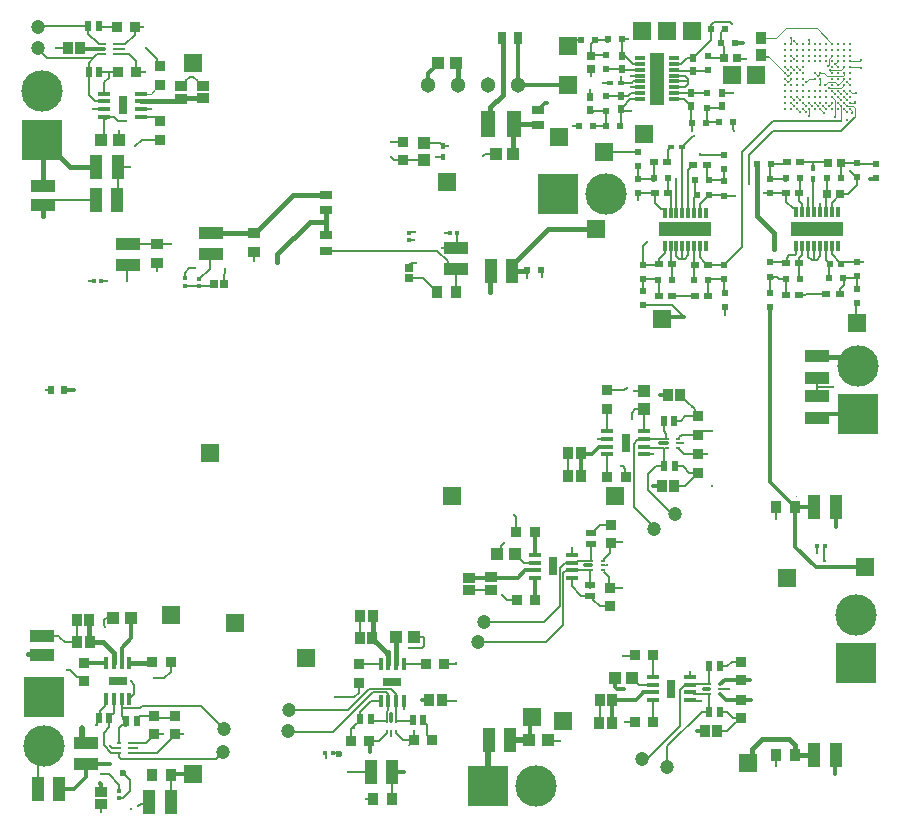
<source format=gbr>
%TF.GenerationSoftware,Altium Limited,Altium Designer,19.1.7 (138)*%
G04 Layer_Physical_Order=6*
G04 Layer_Color=16711680*
%FSLAX45Y45*%
%MOMM*%
%TF.FileFunction,Copper,L6,Bot,Signal*%
%TF.Part,Single*%
G01*
G75*
%TA.AperFunction,Conductor*%
%ADD10C,0.50000*%
%ADD11C,0.40000*%
%ADD12C,0.30000*%
%TA.AperFunction,SMDPad,CuDef*%
%ADD13R,0.45000X0.45000*%
%ADD14R,0.69000X1.60000*%
%ADD19R,1.10000X0.80000*%
%ADD28R,0.50000X0.70000*%
%TA.AperFunction,Conductor*%
%ADD67C,0.20000*%
%ADD71C,0.38100*%
%ADD74C,0.15000*%
%TA.AperFunction,ComponentPad*%
%ADD78C,1.20000*%
%ADD79R,1.55000X1.55000*%
%ADD80R,1.55000X1.55000*%
%ADD81R,3.50000X3.50000*%
%ADD82C,3.50000*%
%ADD83C,1.30300*%
%ADD84R,3.50000X3.50000*%
%TA.AperFunction,ViaPad*%
%ADD85C,0.30000*%
%ADD86C,0.60000*%
%ADD87C,0.26000*%
%TA.AperFunction,Conductor*%
%ADD89C,0.10000*%
%TA.AperFunction,BGAPad,CuDef*%
%ADD90C,0.23000*%
%TA.AperFunction,SMDPad,CuDef*%
%ADD91R,0.90000X0.35000*%
%ADD92R,1.30000X4.40000*%
%ADD93R,4.40000X1.30000*%
%ADD94R,0.35000X0.90000*%
%ADD95R,0.90000X1.00000*%
%ADD96R,1.00000X0.90000*%
%ADD97R,0.45000X0.45000*%
%ADD98R,0.42000X0.40000*%
%ADD99R,0.85000X1.00000*%
%ADD100R,1.00000X0.85000*%
%ADD101R,0.40000X0.42000*%
%ADD102R,0.65000X0.65000*%
%ADD103R,0.65000X0.65000*%
%ADD104R,0.42000X0.22000*%
%ADD105R,0.22000X0.42000*%
%ADD106R,1.00000X0.40000*%
%ADD107R,0.40000X1.00000*%
%ADD108R,1.60000X0.69000*%
%ADD109R,0.90000X0.85000*%
%TA.AperFunction,ConnectorPad*%
%ADD110R,0.90000X1.00000*%
%TA.AperFunction,SMDPad,CuDef*%
%ADD111R,0.85000X0.90000*%
%ADD112R,0.60000X0.85000*%
%TA.AperFunction,ConnectorPad*%
%ADD113R,0.60000X0.55000*%
%ADD114R,0.80000X1.10000*%
%TA.AperFunction,SMDPad,CuDef*%
%ADD115R,0.85000X0.60000*%
%ADD116R,1.00000X1.00000*%
%ADD117R,1.00000X2.00000*%
%ADD118R,2.00000X1.00000*%
%ADD119R,1.05000X1.00000*%
%ADD120R,1.00000X1.00000*%
%ADD121R,0.60000X0.55000*%
%TA.AperFunction,ConnectorPad*%
%ADD122R,0.85000X0.90000*%
%ADD123R,0.60000X0.85000*%
%TA.AperFunction,SMDPad,CuDef*%
%ADD124R,0.40000X0.50000*%
%ADD125R,1.05000X1.10000*%
%ADD126R,1.00000X1.10000*%
%ADD127R,1.19000X2.22000*%
%ADD128R,0.50000X0.40000*%
%ADD129R,0.55000X0.60000*%
%ADD130R,0.66000X0.62000*%
%ADD131R,0.68000X0.74000*%
%ADD132R,0.62000X0.66000*%
%ADD133R,0.74000X0.68000*%
%ADD134R,0.75000X0.62000*%
%TA.AperFunction,ConnectorPad*%
%ADD135R,0.55000X0.60000*%
%TA.AperFunction,SMDPad,CuDef*%
%ADD136R,0.50000X0.50000*%
%TA.AperFunction,NonConductor*%
%ADD137C,0.10000*%
G36*
X6564172Y4963926D02*
X6564451Y4963876D01*
X6564705Y4963799D01*
X6564908Y4963723D01*
X6565086Y4963622D01*
X6565213Y4963545D01*
X6565289Y4963495D01*
X6565315Y4963469D01*
X6565492Y4963266D01*
X6565645Y4963063D01*
X6565746Y4962834D01*
X6565823Y4962606D01*
X6565873Y4962402D01*
X6565899Y4962250D01*
X6565924Y4962148D01*
Y4962098D01*
X6565137Y4961996D01*
X6565111Y4962199D01*
X6565086Y4962402D01*
X6565035Y4962555D01*
X6564959Y4962682D01*
X6564908Y4962783D01*
X6564857Y4962860D01*
X6564832Y4962910D01*
X6564807Y4962936D01*
X6564654Y4963063D01*
X6564502Y4963139D01*
X6564197Y4963241D01*
X6564070Y4963266D01*
X6563968Y4963291D01*
X6563867D01*
X6563664Y4963266D01*
X6563486Y4963241D01*
X6563333Y4963190D01*
X6563206Y4963139D01*
X6563105Y4963063D01*
X6563029Y4963012D01*
X6563003Y4962987D01*
X6562978Y4962961D01*
X6562851Y4962834D01*
X6562775Y4962707D01*
X6562673Y4962453D01*
X6562648Y4962326D01*
X6562622Y4962250D01*
Y4962199D01*
Y4962174D01*
X6562648Y4962021D01*
X6562673Y4961844D01*
X6562825Y4961539D01*
X6562902Y4961412D01*
X6562952Y4961310D01*
X6563003Y4961259D01*
X6563029Y4961234D01*
X6563206Y4961031D01*
X6563410Y4960828D01*
X6563892Y4960370D01*
X6564095Y4960193D01*
X6564273Y4960040D01*
X6564400Y4959939D01*
X6564451Y4959888D01*
X6564680Y4959685D01*
X6564908Y4959507D01*
X6565086Y4959329D01*
X6565238Y4959177D01*
X6565340Y4959075D01*
X6565416Y4958973D01*
X6565467Y4958923D01*
X6565492Y4958897D01*
X6565721Y4958592D01*
X6565873Y4958313D01*
X6565924Y4958211D01*
X6565975Y4958110D01*
X6566000Y4958059D01*
Y4958034D01*
X6566051Y4957856D01*
X6566077Y4957678D01*
Y4957551D01*
Y4957526D01*
Y4957500D01*
X6561835D01*
Y4958262D01*
X6565010D01*
X6564883Y4958415D01*
X6564781Y4958542D01*
X6564680Y4958643D01*
X6564654Y4958669D01*
X6564553Y4958770D01*
X6564426Y4958897D01*
X6564121Y4959151D01*
X6563968Y4959278D01*
X6563841Y4959380D01*
X6563765Y4959456D01*
X6563740Y4959481D01*
X6563435Y4959735D01*
X6563206Y4959964D01*
X6563003Y4960142D01*
X6562825Y4960320D01*
X6562698Y4960421D01*
X6562622Y4960523D01*
X6562571Y4960574D01*
X6562546Y4960599D01*
X6562292Y4960904D01*
X6562140Y4961158D01*
X6562089Y4961259D01*
X6562038Y4961336D01*
X6562013Y4961361D01*
Y4961386D01*
X6561911Y4961666D01*
X6561860Y4961920D01*
X6561835Y4961996D01*
Y4962072D01*
Y4962123D01*
Y4962148D01*
X6561860Y4962428D01*
X6561911Y4962682D01*
X6562013Y4962885D01*
X6562114Y4963063D01*
X6562216Y4963215D01*
X6562317Y4963317D01*
X6562368Y4963393D01*
X6562394Y4963418D01*
X6562597Y4963596D01*
X6562851Y4963723D01*
X6563079Y4963825D01*
X6563308Y4963876D01*
X6563511Y4963926D01*
X6563689Y4963952D01*
X6563841D01*
X6564172Y4963926D01*
D02*
G37*
G36*
X6560946Y4962834D02*
X6560768Y4961640D01*
X6560285D01*
X6560082Y4962834D01*
Y4963926D01*
X6560946D01*
Y4962834D01*
D02*
G37*
G36*
X6569023Y4963926D02*
X6569353Y4963850D01*
X6569633Y4963723D01*
X6569861Y4963596D01*
X6570064Y4963444D01*
X6570191Y4963342D01*
X6570268Y4963241D01*
X6570293Y4963215D01*
X6570522Y4962860D01*
X6570699Y4962428D01*
X6570801Y4961971D01*
X6570903Y4961539D01*
X6570953Y4961132D01*
Y4960955D01*
X6570979Y4960802D01*
Y4960675D01*
Y4960574D01*
Y4960523D01*
Y4960497D01*
X6570953Y4959913D01*
X6570877Y4959431D01*
X6570776Y4959024D01*
X6570674Y4958694D01*
X6570572Y4958440D01*
X6570471Y4958262D01*
X6570395Y4958135D01*
X6570369Y4958110D01*
X6570115Y4957881D01*
X6569861Y4957703D01*
X6569582Y4957576D01*
X6569328Y4957500D01*
X6569099Y4957449D01*
X6568921Y4957399D01*
X6568769D01*
X6568363Y4957449D01*
X6568185Y4957475D01*
X6568032Y4957526D01*
X6567905Y4957576D01*
X6567804Y4957602D01*
X6567753Y4957653D01*
X6567728D01*
X6567423Y4957907D01*
X6567194Y4958161D01*
X6567118Y4958262D01*
X6567067Y4958364D01*
X6567016Y4958415D01*
Y4958440D01*
X6566915Y4958643D01*
X6566864Y4958846D01*
X6566762Y4959202D01*
Y4959354D01*
X6566737Y4959481D01*
Y4959558D01*
Y4959583D01*
X6566762Y4959913D01*
X6566813Y4960193D01*
X6566915Y4960472D01*
X6567016Y4960675D01*
X6567118Y4960853D01*
X6567220Y4960980D01*
X6567270Y4961056D01*
X6567296Y4961082D01*
X6567524Y4961285D01*
X6567753Y4961412D01*
X6567956Y4961513D01*
X6568185Y4961590D01*
X6568363Y4961640D01*
X6568515Y4961666D01*
X6568642D01*
X6568972Y4961640D01*
X6569252Y4961564D01*
X6569353Y4961513D01*
X6569429Y4961463D01*
X6569480Y4961437D01*
X6569506D01*
X6569785Y4961259D01*
X6569988Y4961056D01*
X6570141Y4960878D01*
X6570166Y4960828D01*
X6570191Y4960802D01*
Y4961132D01*
X6570166Y4961437D01*
X6570115Y4961691D01*
X6570090Y4961894D01*
X6570039Y4962072D01*
X6570014Y4962174D01*
X6569988Y4962250D01*
Y4962275D01*
X6569887Y4962453D01*
X6569810Y4962631D01*
X6569709Y4962758D01*
X6569607Y4962860D01*
X6569455Y4963012D01*
X6569429Y4963063D01*
X6569404D01*
X6569175Y4963190D01*
X6568947Y4963266D01*
X6568769Y4963291D01*
X6568718D01*
X6568540Y4963266D01*
X6568413Y4963241D01*
X6568159Y4963139D01*
X6568058Y4963063D01*
X6567982Y4963012D01*
X6567956Y4962987D01*
X6567931Y4962961D01*
X6567804Y4962758D01*
X6567702Y4962555D01*
X6567677Y4962453D01*
X6567651Y4962377D01*
X6567626Y4962326D01*
Y4962301D01*
X6566839Y4962352D01*
X6566889Y4962606D01*
X6566966Y4962834D01*
X6567067Y4963037D01*
X6567169Y4963215D01*
X6567270Y4963342D01*
X6567372Y4963444D01*
X6567423Y4963495D01*
X6567448Y4963520D01*
X6567626Y4963672D01*
X6567829Y4963774D01*
X6568058Y4963850D01*
X6568236Y4963901D01*
X6568413Y4963926D01*
X6568540Y4963952D01*
X6568667D01*
X6569023Y4963926D01*
D02*
G37*
G36*
X6577075Y4957500D02*
X6576237D01*
Y4960345D01*
X6575068D01*
X6574916Y4960320D01*
X6574814Y4960294D01*
X6574789D01*
X6574636Y4960243D01*
X6574509Y4960193D01*
X6574433Y4960142D01*
X6574408Y4960116D01*
X6574255Y4960015D01*
X6574103Y4959888D01*
X6574001Y4959761D01*
X6573976Y4959735D01*
Y4959710D01*
X6573874Y4959583D01*
X6573773Y4959456D01*
X6573570Y4959151D01*
X6573468Y4959024D01*
X6573392Y4958923D01*
X6573366Y4958846D01*
X6573341Y4958821D01*
X6572503Y4957500D01*
X6571436D01*
X6572554Y4959227D01*
X6572808Y4959583D01*
X6573036Y4959862D01*
X6573138Y4959964D01*
X6573189Y4960040D01*
X6573239Y4960066D01*
X6573265Y4960091D01*
X6573417Y4960218D01*
X6573595Y4960320D01*
X6573722Y4960396D01*
X6573747Y4960421D01*
X6573773D01*
X6573443Y4960472D01*
X6573163Y4960574D01*
X6572935Y4960675D01*
X6572731Y4960751D01*
X6572579Y4960853D01*
X6572477Y4960929D01*
X6572427Y4960980D01*
X6572401Y4961005D01*
X6572249Y4961183D01*
X6572147Y4961386D01*
X6572046Y4961564D01*
X6571995Y4961742D01*
X6571969Y4961920D01*
X6571944Y4962047D01*
Y4962123D01*
Y4962148D01*
Y4962352D01*
X6571995Y4962529D01*
X6572071Y4962834D01*
X6572122Y4962961D01*
X6572173Y4963037D01*
X6572198Y4963088D01*
X6572223Y4963114D01*
X6572325Y4963266D01*
X6572452Y4963418D01*
X6572706Y4963596D01*
X6572808Y4963672D01*
X6572884Y4963723D01*
X6572935Y4963749D01*
X6572960D01*
X6573138Y4963799D01*
X6573341Y4963850D01*
X6573773Y4963901D01*
X6573951Y4963926D01*
X6577075D01*
Y4957500D01*
D02*
G37*
%LPC*%
G36*
X6568871Y4960980D02*
X6568794D01*
X6568591Y4960955D01*
X6568413Y4960929D01*
X6568261Y4960853D01*
X6568134Y4960777D01*
X6568032Y4960701D01*
X6567931Y4960650D01*
X6567905Y4960599D01*
X6567880Y4960574D01*
X6567753Y4960421D01*
X6567677Y4960243D01*
X6567575Y4959913D01*
X6567550Y4959761D01*
X6567524Y4959634D01*
Y4959558D01*
Y4959532D01*
X6567550Y4959278D01*
X6567575Y4959075D01*
X6567626Y4958897D01*
X6567702Y4958719D01*
X6567778Y4958618D01*
X6567829Y4958516D01*
X6567855Y4958465D01*
X6567880Y4958440D01*
X6568007Y4958313D01*
X6568159Y4958211D01*
X6568312Y4958161D01*
X6568464Y4958110D01*
X6568591Y4958084D01*
X6568667Y4958059D01*
X6568769D01*
X6569023Y4958084D01*
X6569226Y4958161D01*
X6569379Y4958211D01*
X6569404Y4958237D01*
X6569429D01*
X6569633Y4958415D01*
X6569785Y4958592D01*
X6569887Y4958745D01*
X6569912Y4958770D01*
Y4958796D01*
X6569988Y4959075D01*
X6570039Y4959329D01*
X6570064Y4959431D01*
Y4959507D01*
Y4959558D01*
Y4959583D01*
X6570039Y4959812D01*
X6570014Y4959989D01*
X6569963Y4960167D01*
X6569887Y4960320D01*
X6569810Y4960421D01*
X6569760Y4960497D01*
X6569734Y4960548D01*
X6569709Y4960574D01*
X6569556Y4960701D01*
X6569404Y4960802D01*
X6569252Y4960878D01*
X6569099Y4960929D01*
X6568972Y4960955D01*
X6568871Y4960980D01*
D02*
G37*
G36*
X6576237Y4963215D02*
X6573951D01*
X6573747Y4963164D01*
X6573570Y4963114D01*
X6573417Y4963063D01*
X6573316Y4963012D01*
X6573214Y4962961D01*
X6573189Y4962936D01*
X6573163Y4962910D01*
X6573036Y4962809D01*
X6572960Y4962682D01*
X6572858Y4962428D01*
X6572833Y4962326D01*
X6572808Y4962250D01*
Y4962199D01*
Y4962174D01*
X6572833Y4961945D01*
X6572884Y4961767D01*
X6572960Y4961640D01*
X6572985Y4961615D01*
Y4961590D01*
X6573138Y4961412D01*
X6573316Y4961310D01*
X6573443Y4961234D01*
X6573468Y4961209D01*
X6573493D01*
X6573773Y4961158D01*
X6574078Y4961132D01*
X6574205Y4961107D01*
X6576237D01*
Y4963215D01*
D02*
G37*
%LPD*%
D10*
X520025Y2914975D02*
X557500Y2877500D01*
X520025Y2914975D02*
Y3000146D01*
X4140000Y2895000D02*
X4300000D01*
X3955000Y2510000D02*
Y2890000D01*
X552500Y2872500D02*
X557500Y2877500D01*
D11*
X6732500Y6137500D02*
X6933615D01*
X60000Y3630000D02*
X167500D01*
X182500Y3615000D01*
X3685000Y8627500D02*
X3702425Y8610075D01*
Y8440000D02*
Y8610075D01*
X6897500Y4870000D02*
X6900000Y4867500D01*
X3970000Y6692500D02*
Y6862500D01*
X3980000Y6872500D01*
X5532500Y5601639D02*
X5533362Y5602500D01*
X7003614Y6067500D02*
X7087500D01*
X6933615Y6137500D02*
X7003614Y6067500D01*
D12*
X362500Y5860000D02*
X452500D01*
X6890738Y2762813D02*
X6897925Y2770000D01*
X6890738Y2612813D02*
Y2762813D01*
X6890582Y2612656D02*
X6890738Y2612813D01*
X1272075Y2610000D02*
X1455000D01*
X4312500Y2907500D02*
Y3092500D01*
X4210000Y8440425D02*
Y8840000D01*
X4210425Y8440000D02*
X4631510D01*
X4210000Y8440425D02*
X4210425Y8440000D01*
X4434213Y8294213D02*
X4455000D01*
X4375000Y8235000D02*
X4434213Y8294213D01*
X6557075Y4532925D02*
X6730000Y4360000D01*
X7145000D01*
X6557075Y4532925D02*
Y4867500D01*
X5447500Y6475000D02*
X5617500D01*
X5432500Y6460000D02*
X5447500Y6475000D01*
X3392500Y3235000D02*
X3393853D01*
X3395491Y3236638D01*
X3457500D01*
X3137500Y3060000D02*
Y3117500D01*
X672500Y2528647D02*
Y2530000D01*
Y2528647D02*
X677500Y2523647D01*
Y2457500D02*
Y2523647D01*
X5412500Y5822500D02*
X5413853D01*
X5416353Y5820000D01*
X5477925D01*
X577500Y8747500D02*
X702500D01*
X513723D02*
X577500D01*
X3145000Y2630000D02*
X3247500D01*
X4300000Y2895000D02*
X4312500Y2907500D01*
X4739138Y5138425D02*
X4741638Y5135925D01*
X4739138Y5138425D02*
Y5325925D01*
X4742564Y5322500D02*
X4837500D01*
X4739138Y5325925D02*
X4742564Y5322500D01*
X4837500D02*
X4892500Y5377500D01*
X4893393Y5378393D01*
X4962968D01*
X4965000Y5380425D01*
X5002075Y3045862D02*
X5007075Y3050861D01*
Y3235861D01*
X5205861D01*
X5260000Y3290000D01*
X5270000Y3300000D02*
X5352500D01*
X5260000Y3290000D02*
X5270000Y3300000D01*
X4270000Y4337500D02*
X4350425D01*
X4352500Y4335425D01*
X3982500Y4272937D02*
X4205437D01*
X4270000Y4337500D01*
X3981638Y4272075D02*
X3982500Y4272937D01*
X3798361Y4272075D02*
X3981638D01*
X852925Y3552500D02*
Y3677925D01*
X932500Y3757500D01*
Y3932500D01*
X3448425Y8440000D02*
Y8540925D01*
X3490000Y8582500D01*
X3492500D01*
X3535000Y8625000D01*
Y8627500D01*
X7077500Y6944628D02*
X7079628Y6942500D01*
X7192500Y7650000D02*
X7230000D01*
X7237500Y7657500D01*
X6940000Y7664575D02*
X6946799Y7657776D01*
X6342862Y5081713D02*
X6522075Y4902500D01*
X6527075D01*
X6557075Y4872500D01*
Y4867500D02*
Y4872500D01*
X6342862Y5081713D02*
Y6560000D01*
X6559575Y4870000D02*
X6717500D01*
X6900000Y4705000D02*
Y4867500D01*
X3955000Y2890000D02*
X3960000Y2895000D01*
X2960000Y2792500D02*
Y2880436D01*
X2949575Y2890861D02*
X2960000Y2880436D01*
X6046362Y8800000D02*
X6112500D01*
X6045000Y8798638D02*
X6046362Y8800000D01*
X4775000Y4377500D02*
X4830000D01*
X1267500Y2605425D02*
X1272075Y2610000D01*
X1267500Y2605425D02*
X1267500Y2605425D01*
X6095925Y3240000D02*
X6180000D01*
X6172075Y3405425D02*
X6172500Y3405000D01*
X6095925Y3405425D02*
X6172075D01*
X4350000Y4467925D02*
X4352500Y4465425D01*
X4350000Y4467925D02*
Y4655000D01*
X4352500Y4270425D02*
X4352500Y4270425D01*
Y4082500D02*
Y4270425D01*
X5030000Y3342574D02*
X5045074Y3327500D01*
X5030000Y3342574D02*
Y3417500D01*
X5027500Y3420000D02*
X5030000Y3417500D01*
X5045074Y3327500D02*
X5107500D01*
X5722500Y2972500D02*
X5722936Y2972936D01*
X5793000D01*
X5922500Y3290000D02*
X5972500Y3240000D01*
X6095925D01*
X5922500Y3370000D02*
X5957925Y3405425D01*
X6095925D01*
X5782500Y3330000D02*
X5827500D01*
X5352500Y5047500D02*
X5425000D01*
X5415000Y5410000D02*
X5467500D01*
X6737925Y5627075D02*
X6768350Y5657500D01*
X7087500D01*
X722925Y3552500D02*
X722925Y3552500D01*
X535000Y3552500D02*
X722925D01*
X552500Y2692500D02*
X757500D01*
X547500Y2687500D02*
X552500Y2692500D01*
X547500Y2582500D02*
Y2687500D01*
X450000Y2485000D02*
X547500Y2582500D01*
X324575Y2485000D02*
X450000D01*
X501575Y8759648D02*
X513723Y8747500D01*
D13*
X616500Y6787500D02*
D03*
X678500D02*
D03*
X2641000Y2785000D02*
D03*
X2579000D02*
D03*
X6806000Y4540000D02*
D03*
X6744000D02*
D03*
D14*
X862500Y8271649D02*
D03*
X5120000Y5412925D02*
D03*
X4507500Y4367925D02*
D03*
X5507500Y3332500D02*
D03*
D19*
X2580000Y7170000D02*
D03*
Y7040000D02*
D03*
X2585000Y7385000D02*
D03*
Y7515000D02*
D03*
X4375000Y8105000D02*
D03*
Y8235000D02*
D03*
D28*
X362500Y5860000D02*
D03*
X257500D02*
D03*
D67*
X5478915Y7530000D02*
X5481915Y7533000D01*
X5500564Y7362500D02*
Y7509000D01*
X5483064Y7525851D02*
X5483713D01*
X5500564Y7509000D01*
X3517500Y7830000D02*
X3570000D01*
X4565000Y4352500D02*
X4605249Y4392749D01*
X4565000Y4030000D02*
Y4352500D01*
X4428245Y3893245D02*
X4565000Y4030000D01*
X4605249Y4392749D02*
X4654824D01*
X4662500Y4400425D01*
X5600564Y7362500D02*
Y7920425D01*
X6742500Y4485000D02*
Y4542500D01*
X2642500Y2787500D02*
X2645000Y2785000D01*
X865000Y2405000D02*
X927500Y2467500D01*
X835000Y2405000D02*
X865000D01*
X865000Y2622500D02*
X927500Y2560000D01*
Y2467500D02*
Y2560000D01*
X413070Y3489430D02*
X475037Y3427463D01*
X392420Y3489430D02*
X413070D01*
X390925Y3490925D02*
X392420Y3489430D01*
X475037Y3427463D02*
X505037D01*
X535000Y3397500D01*
X750000Y3097075D02*
X770000Y3117075D01*
X787925Y3128791D02*
Y3242500D01*
X776210Y3117075D02*
X787925Y3128791D01*
X770000Y3117075D02*
X776210D01*
X750000Y3084575D02*
Y3097075D01*
X5622500Y3355000D02*
Y3367500D01*
X5262500Y2737500D02*
X5300585D01*
X5622500Y3355000D02*
X5632500Y3365000D01*
X5577500Y3322500D02*
X5622500Y3367500D01*
X742880Y2607120D02*
X835000Y2515000D01*
Y2465000D02*
Y2515000D01*
X680000Y2607120D02*
X742880D01*
X6666588Y7365713D02*
Y7489088D01*
X5934462Y8377500D02*
X6030000D01*
X5650564Y7362500D02*
Y7725553D01*
X6802500Y4417500D02*
Y4540000D01*
X5622926Y5780000D02*
X5705712Y5697213D01*
X5605000Y5217500D02*
X5660426Y5162075D01*
X3570000Y7930000D02*
X3615000D01*
X1387500Y6740000D02*
X1442501D01*
X2794575Y2991650D02*
X2842500Y3039575D01*
X1107500Y2605425D02*
Y2610425D01*
X1072500Y2645425D02*
X1107500Y2610425D01*
X2875000Y3137500D02*
X2921250Y3183750D01*
X2967500Y3230000D01*
X2657500Y3262500D02*
X2822500D01*
X2767500Y2622784D02*
X2774716Y2630000D01*
X6802500Y4417500D02*
X6805000Y4415000D01*
X5275000Y5693350D02*
X5280000Y5698350D01*
X5200850D02*
X5280000D01*
X5465000Y5450000D02*
Y5487999D01*
X2645000Y2785000D02*
X2692930Y2777500D01*
X2640000Y2785000D02*
X2642500Y2787500D01*
X5815425Y8675000D02*
X5954777D01*
X5956564Y8673213D01*
X5934462Y8377500D02*
X5936962Y8375000D01*
X5650564Y7725553D02*
X5692500Y7767489D01*
X5465000Y5448501D02*
Y5450000D01*
X5442500Y5510499D02*
X5465000Y5487999D01*
X5278076Y5448501D02*
X5465000D01*
X5442500Y5510499D02*
Y5601639D01*
X5275000Y5445425D02*
X5278076Y5448501D01*
X5577500Y3014415D02*
Y3322500D01*
X5177500Y3420000D02*
X5232500Y3365000D01*
X5352500D01*
X927500Y2830000D02*
X986500D01*
X4987500Y4480000D02*
Y4567925D01*
X5971273Y7500366D02*
X6045295D01*
X5959139Y7512500D02*
X5971273Y7500366D01*
X4940000Y7875000D02*
X5222500D01*
X3135000Y7960000D02*
X3237500D01*
X3582500Y3545000D02*
X3682500D01*
X3685000Y3547500D01*
X1217500Y3080000D02*
X1285000D01*
X1305000Y3100000D01*
X1150425Y3080000D02*
X1217500D01*
X1130425Y3100000D02*
X1150425Y3080000D01*
X844216Y2740000D02*
X1654289D01*
X1706789Y2792500D01*
X1712500D01*
X852925Y3150000D02*
Y3242500D01*
X867925Y3165000D02*
X1005000D01*
X1027500Y3187500D01*
X1525000D01*
X1720000Y2992500D01*
X5300585Y2737500D02*
X5577500Y3014415D01*
X5632500Y3365000D02*
X5662500D01*
X5473245Y2667500D02*
Y2845745D01*
X5765861Y3138361D01*
X5827500D01*
X4815861Y4207075D02*
Y4323361D01*
Y4187500D02*
Y4207075D01*
X4590000Y4313533D02*
X4604216Y4327749D01*
X4590000Y3867500D02*
Y4313533D01*
X4450000Y3727500D02*
X4590000Y3867500D01*
X3920000Y3893245D02*
X4428245D01*
X4654824Y4327749D02*
X4662500Y4335425D01*
X4817926D01*
X4604216Y4327749D02*
X4654824D01*
X3870000Y3727500D02*
X4450000D01*
X5190425Y4873830D02*
X5369255Y4695000D01*
X5190425Y4873830D02*
Y5407925D01*
X5220000Y5437500D02*
X5267075D01*
X5190425Y5407925D02*
X5220000Y5437500D01*
X5267075D02*
X5275000Y5445425D01*
X5512500Y4812500D02*
X5535000D01*
X5312500Y5012500D02*
X5512500Y4812500D01*
X5312500Y5012500D02*
Y5152500D01*
X5377500Y5217500D01*
X5447500D01*
X852925Y3150000D02*
X867925Y3165000D01*
X852925Y3103269D02*
Y3150000D01*
X832500Y2751716D02*
X844216Y2740000D01*
X832500Y2751716D02*
Y2790000D01*
X145000Y8932500D02*
X152500Y8940000D01*
X572075D01*
X612500Y8672500D02*
X647500Y8707500D01*
X573361Y8633361D02*
X612500Y8672500D01*
X225000D02*
X612500D01*
X142500Y8755000D02*
X225000Y8672500D01*
X3033361Y2890861D02*
X3096500Y2954000D01*
X2842500Y3039575D02*
X2855000D01*
X6005000Y8975000D02*
X6020000Y8960000D01*
X5867500Y8975000D02*
X6005000D01*
X5840000Y8947500D02*
X5867500Y8975000D01*
X5527973Y8623204D02*
X5590704D01*
X5840000Y8919064D02*
Y8947500D01*
X5098834Y8261000D02*
X5161038Y8323204D01*
X5098834Y8258119D02*
Y8261000D01*
X5077834Y8237119D02*
X5098834Y8258119D01*
X5161038Y8323204D02*
X5242973D01*
X5168204Y8373204D02*
X5242973D01*
X5142119Y8347119D02*
X5168204Y8373204D01*
X5077834Y8347119D02*
X5142119D01*
X5087547Y8691003D02*
X5113997D01*
X5181796Y8623204D01*
X5242973D01*
X5590704D02*
X5640000Y8672500D01*
X5690000D01*
X2580784Y2744216D02*
X2582500Y2742500D01*
X2580784Y2744216D02*
Y2784216D01*
X2580000Y2785000D02*
X2580784Y2784216D01*
X4634138Y5232175D02*
Y5325925D01*
Y5138425D02*
Y5232175D01*
X6765000Y7367301D02*
Y7437500D01*
Y7367301D02*
X6766588Y7365713D01*
X2875000Y3072075D02*
Y3137500D01*
X2967500Y3230000D02*
X3047075D01*
X2794575Y2890861D02*
Y2991650D01*
X2855000Y3039575D02*
X2875000Y3059575D01*
Y3072075D01*
X4815861Y4117075D02*
X4828361D01*
X4742925D02*
X4815861D01*
X4662500Y4197500D02*
X4742925Y4117075D01*
X4662500Y4197500D02*
Y4270425D01*
X4634138Y5138425D02*
X4636638Y5135925D01*
X6269575Y8700000D02*
X6289934Y8679641D01*
X6066564Y8673213D02*
X6077277Y8662500D01*
X6137500D01*
X3928362Y7855862D02*
X4020000D01*
X3915000Y7842500D02*
X3928362Y7855862D01*
X299075Y8759648D02*
X396575D01*
X797500Y8747500D02*
X870500D01*
X1975000Y6957500D02*
X1975000Y6957500D01*
X1975000Y6957500D02*
Y7027500D01*
X1153952Y6870000D02*
Y6940000D01*
X1153951Y6940000D02*
X1153952Y6940000D01*
X4902075Y3143362D02*
Y3235861D01*
Y3050861D02*
Y3143362D01*
X2873362Y3857925D02*
Y3950425D01*
Y3765426D02*
Y3857925D01*
X3890861Y4167937D02*
X3982500D01*
X3799223D02*
X3890861D01*
X3798361Y4167075D02*
X3799223Y4167937D01*
X5922500Y3330000D02*
X5995500D01*
X5979138Y3521638D02*
X6017925Y3560425D01*
X5917500Y3521638D02*
X5979138D01*
X4897075Y3045862D02*
X4902075Y3050861D01*
X2868362Y3760426D02*
X2873362Y3765426D01*
X3562500Y3236638D02*
X3574139Y3225000D01*
X3682500D01*
X3442500Y2936286D02*
Y2980000D01*
Y2936286D02*
X3480425Y2898361D01*
Y2895861D02*
Y2898361D01*
X3442500Y2980000D02*
Y3023284D01*
X3430784Y3035000D02*
X3442500Y3023284D01*
X3426638Y3035000D02*
X3430784D01*
X3406638Y3055000D02*
X3426638Y3035000D01*
X3406638Y3055000D02*
Y3067500D01*
X675000Y2285000D02*
X677500Y2287500D01*
Y2352500D01*
X639575Y3024575D02*
X642325Y3027324D01*
Y3066900D01*
X660000Y3084575D01*
X672859Y3145359D02*
X712925Y3185425D01*
X672859Y3097434D02*
Y3145359D01*
X660000Y3084575D02*
X672859Y3097434D01*
X712925Y3185425D02*
Y3232500D01*
X722925Y3242500D01*
X332500Y3762500D02*
X369575Y3725425D01*
X474575D01*
Y3909564D01*
X320000Y3775000D02*
X332500Y3762500D01*
X182500Y3775000D02*
X320000D01*
X210000Y5860000D02*
X257500D01*
X970000Y7927500D02*
X1022500Y7980000D01*
X6367500Y8142500D02*
X6945000D01*
X5550000Y7647500D02*
X5550564Y7646936D01*
Y7362500D02*
Y7646936D01*
X5945000Y8778639D02*
X5956564Y8767075D01*
X5945000Y8778639D02*
Y8781138D01*
X5927500Y8798638D02*
X5945000Y8781138D01*
X5925000Y8798638D02*
X5927500D01*
X5956564Y8673213D02*
Y8767075D01*
X5957500Y8919064D02*
X5960000D01*
X5940000Y8901564D02*
X5957500Y8919064D01*
X5940000Y8899064D02*
Y8901564D01*
X5925000Y8884064D02*
X5940000Y8899064D01*
X5925000Y8798638D02*
Y8884064D01*
X5718000Y8700500D02*
X5840000Y8822500D01*
X5716000Y8700500D02*
X5718000D01*
X5690000Y8674500D02*
X5716000Y8700500D01*
X5690000Y8672500D02*
Y8674500D01*
X5840000Y8822500D02*
Y8919064D01*
X5088114Y8830000D02*
X5140000D01*
X5087973Y8830142D02*
X5088114Y8830000D01*
X5685000Y8055000D02*
Y8125362D01*
X5687075Y8010000D02*
X5700000D01*
X5597500Y7920425D02*
X5687075Y8010000D01*
X5083834Y8508204D02*
Y8508834D01*
Y8463204D02*
Y8508204D01*
X7075000Y6427500D02*
Y6593357D01*
X6732500Y5957500D02*
X6737925Y5952075D01*
X4631510Y8772500D02*
X4686510Y8827500D01*
X6367500Y8057500D02*
X6947500D01*
X3236638Y2895861D02*
X3325425D01*
X3177500Y2955000D02*
X3236638Y2895861D01*
X5705712Y5667713D02*
X5735925Y5637500D01*
X5705712Y5667713D02*
Y5697213D01*
X5617926Y5780000D02*
X5622926D01*
X5582925Y5815000D02*
X5617926Y5780000D01*
X5582925Y5815000D02*
Y5820000D01*
X6764818Y7791415D02*
X6821786D01*
X6707850D02*
X6764818D01*
X6018925Y3012718D02*
X6058707Y3052500D01*
X5979143Y2972936D02*
X6018925Y3012718D01*
X737075Y8937925D02*
X810000D01*
X664150D02*
X737075D01*
X3137500Y2965000D02*
Y2967500D01*
Y2927500D02*
Y2965000D01*
X6162500Y7852500D02*
X6367500Y8057500D01*
X6737500Y4480000D02*
X6742500Y4485000D01*
X725000Y3932500D02*
X782500D01*
X702500Y3910000D02*
X725000Y3932500D01*
X702500Y3870000D02*
Y3910000D01*
Y3870000D02*
X715000Y3857500D01*
X6593915Y7791415D02*
X6707850D01*
X6710000Y7789266D01*
Y7740000D02*
Y7789266D01*
X6821786Y7791415D02*
X6830000Y7783202D01*
X5083834Y8508834D02*
X5085000Y8510000D01*
X3282500Y7132500D02*
X3332500D01*
X3285000Y7195000D02*
X3335000D01*
X3282500Y7192500D02*
X3285000Y7195000D01*
X1422999Y6890500D02*
X1477000D01*
X1387500Y6855000D02*
X1422999Y6890500D01*
X1387500Y6805000D02*
Y6855000D01*
X6162500Y7605000D02*
Y7852500D01*
X6105000Y7880000D02*
X6367500Y8142500D01*
X6105000Y7072861D02*
Y7880000D01*
X5972138Y6940000D02*
X6105000Y7072861D01*
X5969639Y6940000D02*
X5972138D01*
X5952138Y6922500D02*
X5969639Y6940000D01*
X5952138Y6920000D02*
Y6922500D01*
X6292500Y7530000D02*
X6295000Y7527500D01*
X6342500D01*
X5954138Y7507500D02*
X5959139Y7512500D01*
X5265362Y6922500D02*
Y7082862D01*
X5297500Y7115000D01*
X5948713Y7512925D02*
X5954138Y7507500D01*
X4987500Y4185000D02*
X5092500D01*
X4984999D02*
X4987500D01*
X7079628Y6942500D02*
X7127500D01*
X7017500Y7715000D02*
X7050000Y7682500D01*
X7062500D01*
X7080000Y7665000D01*
Y7662500D02*
Y7665000D01*
X6342500Y7647500D02*
Y7765884D01*
X6354116Y7777500D01*
X6469999D01*
X6483915Y7791415D01*
X6342500Y7647500D02*
X6465638D01*
X6476648Y7527500D02*
X6480000Y7530852D01*
X6342500Y7527500D02*
X6476648D01*
X6480000Y7452301D02*
X6534125Y7398176D01*
X6559088D01*
X6566588Y7390676D01*
Y7365713D02*
Y7390676D01*
X6480000Y7452301D02*
Y7530852D01*
X6590000D02*
X6596915Y7537766D01*
Y7656277D01*
X6590000Y7465000D02*
Y7530852D01*
Y7465000D02*
X6616588Y7438412D01*
Y7365713D02*
Y7438412D01*
X6395000Y2770000D02*
X6397500Y2772500D01*
X6395000Y2677500D02*
Y2770000D01*
X5225000Y7472500D02*
Y7527500D01*
X5087453Y8227500D02*
X5165000D01*
X5077834Y8237119D02*
X5087453Y8227500D01*
X5676398Y8133964D02*
X5685000Y8125362D01*
X5676398Y8133964D02*
Y8262500D01*
X5615694Y8323204D02*
X5653398Y8285500D01*
X5655398D01*
X5676398Y8264500D01*
Y8262500D02*
Y8264500D01*
X5527973Y8323204D02*
X5615694D01*
X5527973Y8373204D02*
X5528677Y8372500D01*
X5676398D01*
X5676398Y8372500D02*
X5811537D01*
X5924462Y8252500D02*
X5936962Y8265000D01*
X5811537Y8252500D02*
X5924462D01*
X5807138Y8127500D02*
X5811537Y8131898D01*
Y8252500D01*
X5807138Y8127500D02*
X5910745D01*
X6030745Y8067078D02*
X6041389Y8056434D01*
X6030745Y8067078D02*
Y8127500D01*
X6017925Y3560425D02*
X6095925D01*
X6940000Y7783202D02*
X6940702Y7782500D01*
X7080000D01*
X7085000Y7777500D02*
X7237500D01*
X7080000Y7782500D02*
X7085000Y7777500D01*
X6939299Y7521138D02*
X7003638D01*
X7080000Y7597500D01*
Y7662500D01*
X6940000Y7664575D02*
Y7783202D01*
X6866588Y7009486D02*
X6947500Y6928574D01*
X6866588Y7448427D02*
X6939299Y7521138D01*
X6826799Y7523638D02*
X6829299Y7521138D01*
X6826799Y7523638D02*
Y7657776D01*
X6816588Y7508427D02*
X6829299Y7521138D01*
X6816588Y7365713D02*
Y7508427D01*
X6866588Y7365713D02*
Y7448427D01*
X6710000Y7372301D02*
Y7542500D01*
Y7372301D02*
X6716588Y7365713D01*
X6710000Y7542500D02*
Y7645000D01*
X5514638Y6660000D02*
X5610000D01*
X5611203Y6658797D01*
X5707500D01*
X5475000Y7800000D02*
Y7862500D01*
X5470000Y7795000D02*
X5475000Y7800000D01*
Y7862500D02*
Y7892925D01*
X5487500Y7905425D01*
Y7910425D01*
X5497500Y7920425D01*
X5502500D01*
X5955000Y7628361D02*
Y7733245D01*
X5812500Y7659563D02*
Y7767489D01*
X5830000Y7642063D02*
X5941298D01*
X5825000Y7512925D02*
X5948713D01*
X5941298Y7642063D02*
X5955000Y7628361D01*
X5812500Y7659563D02*
X5830000Y7642063D01*
X5754255Y7853245D02*
X5955000D01*
X5752500Y7855000D02*
X5754255Y7853245D01*
X6397075Y4772925D02*
Y4867500D01*
X6342862Y6700000D02*
X6344088Y6701227D01*
Y6820713D01*
X5960000Y6500000D02*
X5962500Y6497500D01*
X5960000Y6500000D02*
Y6565000D01*
X5952138Y6687861D02*
X5955000Y6685000D01*
X5952138Y6687861D02*
Y6800000D01*
X4465000Y2895000D02*
X4467500Y2892500D01*
X4565000D01*
X5267500Y6576755D02*
X5515745D01*
X5617500Y6475000D01*
X5265362Y6698893D02*
X5267500Y6696755D01*
X5265362Y6698893D02*
Y6802500D01*
X5392500Y6789861D02*
X5404638Y6777723D01*
X5379861Y6802500D02*
X5392500Y6789861D01*
X5265362Y6802500D02*
X5379861D01*
X5404638Y6660000D02*
Y6777723D01*
X5512500Y6789861D02*
X5512500Y6789862D01*
Y6925000D01*
X5400000Y6922500D02*
X5402500Y6925000D01*
X5265362Y6922500D02*
X5400000D01*
X5450564Y7018064D02*
Y7077500D01*
X5402500Y6970000D02*
X5450564Y7018064D01*
X5402500Y6925000D02*
Y6970000D01*
X5500564Y6936936D02*
X5512500Y6925000D01*
X5500564Y6936936D02*
Y7077500D01*
X5817500Y6793936D02*
X5823564Y6800000D01*
X5952138D01*
X5817500Y6658797D02*
X5817500Y6658797D01*
Y6793936D01*
X5697500D02*
Y6911861D01*
X5815000Y6919361D02*
X5951500D01*
X5700564Y6923797D02*
X5705000Y6919361D01*
X5700564Y6923797D02*
Y7077500D01*
X5750564Y6983797D02*
X5787000Y6947361D01*
X5750564Y6983797D02*
Y7077500D01*
X5597500Y6972500D02*
X5620000D01*
X5575000D02*
X5597500D01*
Y7074436D01*
X5600564Y7077500D01*
X5650564Y7003064D02*
Y7077500D01*
X5620000Y6972500D02*
X5650564Y7003064D01*
X5550564Y6996936D02*
X5575000Y6972500D01*
X5550564Y6996936D02*
Y7077500D01*
X3325425Y2895861D02*
Y2972075D01*
X2925000Y2400000D02*
X2984575D01*
X2985000Y2399575D01*
X2774716Y2630000D02*
X2965000D01*
X3145000Y2399575D02*
Y2630000D01*
X2949575Y2890861D02*
X3033361D01*
X3096500Y2954000D02*
X3096500D01*
X3097500Y2955000D01*
Y2965000D01*
X3177500Y3060000D02*
X3309138D01*
X2965000Y3072075D02*
X2977075Y3060000D01*
X3097500D01*
X3410000Y3770000D02*
X3417500Y3762500D01*
Y3695000D02*
Y3762500D01*
X3330000Y3770000D02*
X3410000D01*
X3395000Y3672500D02*
X3417500Y3695000D01*
X3290000Y3672500D02*
X3395000D01*
X3242075Y3160425D02*
X3242500Y3160000D01*
X3242075Y3160425D02*
Y3230000D01*
X2822500Y3262500D02*
X2859150Y3299150D01*
Y3382500D01*
X3242075Y3540000D02*
X3422500D01*
X2859150Y3537500D02*
X2861650Y3540000D01*
X3047075D01*
X3097500Y3135000D02*
X3112075Y3149575D01*
Y3230000D01*
X3097500Y3062500D02*
Y3135000D01*
X3177500Y3062500D02*
Y3229575D01*
X6969972Y6749899D02*
Y6800677D01*
X6934972Y6714898D02*
X6969972Y6749899D01*
X6962500Y6808149D02*
X6969972Y6800677D01*
X6934972Y6670000D02*
Y6714898D01*
X4840622Y8700503D02*
X4952409D01*
X4826983Y8686865D02*
X4840622Y8700503D01*
X5807926Y8562500D02*
X5815425Y8555000D01*
X5690000Y8562500D02*
X5807926D01*
X5527973Y8573204D02*
X5555473D01*
X5566177Y8562500D01*
X5690000D01*
X5478915Y7530000D02*
X5483064Y7525851D01*
X5167500Y8422500D02*
X5168204Y8423204D01*
X5242973D01*
X5647500Y8450000D02*
Y8473204D01*
X5620704Y8423204D02*
X5647500Y8450000D01*
X5527973Y8423204D02*
X5620704D01*
X5619296Y8523204D02*
X5647500Y8495000D01*
Y8473204D02*
Y8495000D01*
X5527973Y8473204D02*
X5647500D01*
X5527973Y8523204D02*
X5619296D01*
X5710000Y7527925D02*
X5725000Y7512925D01*
X5710000Y7527925D02*
Y7642063D01*
X5700564Y7362500D02*
Y7488489D01*
X5725000Y7512925D01*
X5750564Y7362500D02*
Y7438489D01*
X5825000Y7512925D01*
X5481915Y7533000D02*
Y7655425D01*
X5222500Y7650000D02*
Y7755000D01*
X5360000Y7657340D02*
Y7795000D01*
X5225000Y7647500D02*
X5353989D01*
X5225000Y7527500D02*
X5227500Y7530000D01*
X5368915D01*
Y7444149D02*
Y7530000D01*
Y7444149D02*
X5418101Y7394963D01*
X5443064D01*
X5450564Y7387463D01*
Y7362500D02*
Y7387463D01*
X4288085Y6811915D02*
Y6875000D01*
X4410000Y6820000D02*
Y6873085D01*
X4408085Y6875000D02*
X4410000Y6873085D01*
X4662500Y4465425D02*
Y4520000D01*
X4662812Y4520313D01*
X4064146Y4544146D02*
X4087500Y4567500D01*
X4064146Y4507147D02*
Y4544146D01*
X4032861Y4475862D02*
X4064146Y4507147D01*
X4258298Y4400425D02*
X4352500D01*
X4182861Y4475862D02*
X4258298Y4400425D01*
X4860000Y4679138D02*
X4901287Y4720425D01*
X4860000Y4666638D02*
Y4679138D01*
X4840000Y4646638D02*
X4860000Y4666638D01*
X4827500Y4646638D02*
X4840000D01*
X4901287Y4720425D02*
X5000000D01*
X4848361Y4084575D02*
X4902936Y4030000D01*
X4848361Y4084575D02*
Y4097075D01*
X4828361Y4117075D02*
X4848361Y4097075D01*
X4902936Y4030000D02*
X4987500D01*
X4709575Y4417500D02*
X4828500D01*
X4830000D01*
X4827500Y4418500D02*
X4828500Y4417500D01*
X4827500Y4418500D02*
Y4556638D01*
X5004575Y4570000D02*
X5090000D01*
X5002500Y4567925D02*
X5004575Y4570000D01*
X4817926Y4335425D02*
X4819000Y4336500D01*
X4820000Y4337500D02*
X4830000D01*
X4819000Y4336500D02*
X4820000Y4337500D01*
X4819000Y4326500D02*
Y4336500D01*
X4815861Y4323361D02*
X4819000Y4326500D01*
X4195000Y4655000D02*
Y4785000D01*
X4177500Y4802500D02*
X4195000Y4785000D01*
X4070000Y4125000D02*
X4112500Y4082500D01*
X4197500D01*
X5562500Y5410000D02*
X5605000D01*
X4982925Y4187075D02*
Y4279575D01*
X4941000Y4321500D02*
X4982925Y4279575D01*
X4936000Y4428500D02*
X4987500Y4480000D01*
X4936000Y4418500D02*
Y4428500D01*
X4935000Y4417500D02*
X4936000Y4418500D01*
X4925000Y4417500D02*
X4935000D01*
X4662500Y4400425D02*
X4692500D01*
X4709575Y4417500D01*
X5117075Y3047075D02*
X5197500D01*
X5190000Y3612500D02*
X5197500Y3620000D01*
X5095000Y3612500D02*
X5190000D01*
X5352500Y3047075D02*
Y3235000D01*
Y3430000D02*
Y3620000D01*
X5662500Y3235000D02*
X5670000Y3227500D01*
X5755000D01*
X5662500Y3430000D02*
Y3477500D01*
X5898000Y2972936D02*
X5979143D01*
X6058707Y3052500D02*
X6060925D01*
X6093566Y3085141D01*
Y3087359D01*
X5982500Y3137500D02*
X6032641Y3087359D01*
X5918361Y3137500D02*
X5982500D01*
X5917500Y3138361D02*
X5918361Y3137500D01*
X6032641Y3087359D02*
X6093566D01*
X5827500Y3370000D02*
X5827500Y3370000D01*
Y3521638D01*
X5827500Y3138361D02*
Y3290000D01*
X5662500Y3300000D02*
X5692500D01*
X5702500Y3290000D01*
X5827500D01*
X5662500Y3365000D02*
X5667500Y3370000D01*
X5827500D01*
X5660426Y5162075D02*
X5733425D01*
X5530000Y5047500D02*
X5621350D01*
X5700925Y5127075D01*
Y5129575D01*
X5733425Y5162075D01*
X5735925D01*
X5190000Y5855000D02*
X5191650Y5853350D01*
X5275000D01*
X4887500Y5445000D02*
X4887925Y5445425D01*
X4965000D01*
X5172500Y5670000D02*
X5200850Y5698350D01*
X5172500Y5617500D02*
Y5670000D01*
X5768425Y5515000D02*
X5850000D01*
X5735925Y5482500D02*
X5768425Y5515000D01*
X5735925Y5317075D02*
X5812925D01*
X5587500Y5602500D02*
X5622500Y5637500D01*
X5735925D01*
X5615425Y5317075D02*
X5735925D01*
X5573500Y5359000D02*
X5615425Y5317075D01*
X5573500Y5359000D02*
Y5369000D01*
X5572500Y5370000D02*
X5573500Y5369000D01*
X5562500Y5370000D02*
X5572500D01*
X5595000Y5482500D02*
X5735925D01*
X5573500Y5461000D02*
X5595000Y5482500D01*
X5573500Y5451000D02*
Y5461000D01*
X5572500Y5450000D02*
X5573500Y5451000D01*
X5562500Y5450000D02*
X5572500D01*
X5537500Y5217500D02*
X5605000D01*
X5533362Y5602500D02*
X5587500D01*
X5317141Y5315000D02*
X5352500D01*
X5316716Y5315425D02*
X5317141Y5315000D01*
X5275000Y5315425D02*
X5316716D01*
X5315425Y5370000D02*
X5445000D01*
X5447500Y5367500D01*
Y5217500D02*
Y5367500D01*
X5275000Y5380425D02*
X5305000D01*
X5315425Y5370000D01*
X5275000Y5510425D02*
Y5693350D01*
X4965000Y5857500D02*
X5107500D01*
X5130000Y5880000D01*
X5095000Y5215000D02*
X5119216Y5190784D01*
Y5128284D02*
Y5190784D01*
Y5128284D02*
X5120000Y5127500D01*
X5077500Y5215000D02*
X5095000D01*
X4965000Y5127500D02*
Y5315425D01*
Y5510425D02*
Y5700000D01*
X6590000Y6665000D02*
X6700000Y6670000D01*
X6814972D01*
X6472802Y6940713D02*
X6481227Y6932288D01*
X6344088Y6940713D02*
X6472802D01*
X6400249Y6814751D02*
X6416614Y6798386D01*
X6350050Y6814751D02*
X6400249D01*
X6416614Y6798386D02*
X6476263D01*
X6477500Y6667500D02*
Y6797149D01*
X6591227Y6803422D02*
X6597500Y6797149D01*
X6591227Y6803422D02*
Y6932288D01*
X6552500Y7000000D02*
X6566588Y7014088D01*
Y7080713D01*
X6505000Y7000000D02*
X6552500D01*
X6486572Y6981572D02*
X6505000Y7000000D01*
X6486572Y6937633D02*
Y6981572D01*
X6481227Y6932288D02*
X6486572Y6937633D01*
X6591572Y6981572D02*
X6616588Y7006588D01*
X6591572Y6932633D02*
Y6981572D01*
X6591227Y6932288D02*
X6591572Y6932633D01*
X6616588Y7006588D02*
Y7080713D01*
X6816588Y6959486D02*
Y7080713D01*
Y6959486D02*
X6847500Y6928574D01*
X6766588Y6991589D02*
Y7080713D01*
X6737500Y6962500D02*
X6766588Y6991589D01*
X6716250Y6962500D02*
X6737500D01*
X6695000D02*
X6716250D01*
X6716588Y6962838D01*
Y7080713D01*
X6666588Y6990912D02*
X6695000Y6962500D01*
X6666588Y6990912D02*
Y7080713D01*
X6842500Y6923575D02*
X6847500Y6928574D01*
X6842500Y6808149D02*
Y6923575D01*
X6947500Y6928574D02*
X6963553Y6944628D01*
X7077500D01*
X7076611Y6823738D02*
X7077500Y6824628D01*
X7061021Y6808149D02*
X7076611Y6823738D01*
X6962500Y6808149D02*
X7061021D01*
X6866588Y7009486D02*
Y7080713D01*
X7076611Y6714968D02*
Y6823738D01*
X7075000Y6593357D02*
X7076611Y6594968D01*
X6737925Y5879575D02*
Y5952075D01*
Y5879575D02*
X6743350Y5885000D01*
X6737925Y5807075D02*
Y5879575D01*
X6743350Y5885000D02*
X6877500D01*
X1125500Y3423000D02*
X1215500D01*
X1270000Y3477500D02*
Y3554575D01*
X1269575Y3555000D02*
X1270000Y3554575D01*
X1215500Y3423000D02*
X1270000Y3477500D01*
X928750Y3393750D02*
X960000Y3362500D01*
Y3284575D02*
Y3362500D01*
X917925Y3242500D02*
X960000Y3284575D01*
X852925Y3103269D02*
X875244Y3080950D01*
X1305000Y2945000D02*
X1375000D01*
X1130425D02*
X1207500D01*
X927500Y2790000D02*
X1150000D01*
X1270000Y2910000D01*
Y2912500D01*
X1302500Y2945000D01*
X1305000D01*
X927500Y2870000D02*
X1055425D01*
X1095425Y2910000D01*
Y2912500D01*
X1127925Y2945000D01*
X1130425D01*
X980000Y3070000D02*
X1010000Y3100000D01*
X1442501Y6740000D02*
X1507223D01*
X980000Y3057500D02*
Y3070000D01*
X1010000Y3100000D02*
X1130425D01*
X750000Y3005000D02*
Y3084575D01*
X700000Y2955000D02*
X750000Y3005000D01*
X700000Y2851716D02*
Y2955000D01*
Y2851716D02*
X761716Y2790000D01*
X866550Y3034050D02*
X879050D01*
X832500Y3000000D02*
X866550Y3034050D01*
X832500Y2870000D02*
Y3000000D01*
X761716Y2790000D02*
X832500D01*
X3527500Y7040000D02*
X3616716Y6950784D01*
Y6922500D02*
Y6950784D01*
Y6922500D02*
X3656716Y6882500D01*
X3685000D01*
X2580000Y7040000D02*
X3527500D01*
X1716148Y6757500D02*
Y6836148D01*
X1731000Y6851000D01*
Y6889000D01*
X1507223Y6740000D02*
X1509723Y6737500D01*
X1614148D02*
X1634148Y6757500D01*
X1509723Y6737500D02*
X1614148D01*
X1601112Y7003611D02*
X1610000Y7012500D01*
X1601112Y6888888D02*
Y7003611D01*
X1509723Y6797500D02*
X1601112Y6888888D01*
X1153951Y7100000D02*
X1267500D01*
X4677500Y8095000D02*
X4722247D01*
X4817270Y8345000D02*
Y8402270D01*
X4827500Y8517500D02*
Y8576348D01*
X4826983Y8576864D02*
X4827500Y8576348D01*
X4929296Y8463204D02*
X4988834D01*
X4952973Y8097480D02*
Y8226936D01*
X4824770Y8227500D02*
X4952409D01*
X5072973Y8097480D02*
X5077834Y8102342D01*
Y8237119D01*
X4952409Y8347500D02*
X4952790Y8347119D01*
X5077834D01*
X5185704Y8473204D02*
X5242973D01*
X5175704Y8463204D02*
X5185704Y8473204D01*
X5083834Y8463204D02*
X5175704D01*
X5164296Y8523204D02*
X5242973D01*
X4857973Y8828003D02*
X4860473D01*
X4840473Y8810503D02*
X4857973Y8828003D01*
X4840473Y8808003D02*
Y8810503D01*
X4826983Y8794514D02*
X4840473Y8808003D01*
X4826983Y8686865D02*
Y8794514D01*
X5085047Y8580503D02*
X5087547Y8583003D01*
X4952409Y8580503D02*
X5085047D01*
X5087547Y8583003D02*
X5097346Y8573204D01*
X5242973D01*
X5087547Y8691003D02*
Y8693003D01*
X5087973Y8693428D01*
Y8830142D01*
X4860473Y8828003D02*
X4965834D01*
X4686510Y8827500D02*
X4739970D01*
X4740473Y8828003D01*
X820000Y7747086D02*
X922086D01*
X820000Y7471660D02*
Y7747086D01*
X190000Y7430000D02*
X226660Y7466661D01*
X635000D01*
X144575Y2794575D02*
X200000Y2850000D01*
X144575Y2485000D02*
Y2794575D01*
X995580Y2335580D02*
X1019216Y2359215D01*
X1071715D01*
X1087500Y2375000D01*
X1267500D02*
Y2605425D01*
X575000Y6787500D02*
X617500D01*
X730000D02*
X732500Y6785000D01*
X677500Y6787500D02*
X730000D01*
X895000Y6910425D02*
X904575Y6920000D01*
X895000Y6782500D02*
Y6910425D01*
X904575Y7100000D02*
X1153951D01*
X3545000Y7950000D02*
X3555000Y7940000D01*
X3420000Y7950000D02*
X3545000D01*
X3415000Y7955000D02*
X3420000Y7950000D01*
X3555000Y7940000D02*
X3560000D01*
X3570000Y7930000D01*
X3160000Y7805000D02*
X3237500D01*
X3135000Y7830000D02*
X3160000Y7805000D01*
X3415000D02*
X3415000Y7805000D01*
X3237500Y7805000D02*
X3415000D01*
X3587500Y7192500D02*
X3587925Y7192925D01*
X3632500D01*
X3680000Y7067500D02*
X3692500Y7080000D01*
Y7192925D01*
X3562500Y7067500D02*
X3680000D01*
X3407724Y6812500D02*
X3527500Y6692723D01*
X3362500Y6812500D02*
X3407724D01*
X3685000Y6882500D02*
X3687500Y6880000D01*
Y6692723D02*
Y6880000D01*
X3287500Y6920000D02*
X3305000Y6937500D01*
X3287500Y6893500D02*
Y6920000D01*
X3305000Y6937500D02*
X3342500D01*
X3361500Y6811500D02*
X3362500Y6812500D01*
X3287500Y6811500D02*
X3361500D01*
X4844728Y8097480D02*
X4952973D01*
X820000Y8140000D02*
X890001D01*
X786800Y8173200D02*
X820000Y8140000D01*
X710000Y8173200D02*
X786800D01*
X707500Y8007511D02*
Y8174150D01*
X677500Y7977511D02*
X707500Y8007511D01*
X828296Y8045795D02*
X835000Y8052500D01*
X828296Y7978307D02*
Y8045795D01*
X827500Y7977511D02*
X828296Y7978307D01*
X1099150Y8239150D02*
X1100000Y8240000D01*
X1017500Y8239150D02*
X1099150D01*
X1450000Y8512500D02*
X1461350D01*
X1498850Y8475000D01*
Y8470000D02*
Y8475000D01*
Y8470000D02*
X1533850Y8435000D01*
X1538850D01*
X1430925Y8512500D02*
X1450000D01*
X1393850Y8475425D02*
X1430925Y8512500D01*
X1393850Y8470425D02*
Y8475425D01*
X1358850Y8435425D02*
X1393850Y8470425D01*
X1353850Y8435425D02*
X1358850D01*
X1017500Y8174150D02*
X1136775D01*
X1175925Y8135000D01*
X1022500Y7980000D02*
X1178425D01*
X1057500Y8757500D02*
X1151716Y8663284D01*
Y8629209D02*
Y8663284D01*
Y8629209D02*
X1178425Y8602500D01*
X965000Y8937925D02*
X965425Y8937500D01*
X1037500D01*
X1045425Y8557075D02*
X1050000Y8552500D01*
X975000Y8557075D02*
X1045425D01*
X572075Y8875425D02*
X660000Y8787500D01*
X612500Y8237500D02*
X614150Y8239150D01*
X707500D01*
X742287Y8557075D02*
X820000D01*
X664575D02*
X742287D01*
X707500Y8467500D02*
X742287Y8502287D01*
Y8557075D01*
X707500Y8369150D02*
Y8467500D01*
X625850Y8304150D02*
X707500D01*
X573361Y8356639D02*
X625850Y8304150D01*
X573361Y8356639D02*
Y8555861D01*
X917500Y8707500D02*
X975000Y8650000D01*
Y8557075D02*
Y8650000D01*
X797500Y8707500D02*
X917500D01*
X573361Y8555861D02*
Y8633361D01*
X647500Y8707500D02*
X702500D01*
X663361Y8555861D02*
X664575Y8557075D01*
X885000Y8787500D02*
X965000Y8867500D01*
Y8937925D01*
X797500Y8787500D02*
X885000D01*
X662075Y8940000D02*
X664150Y8937925D01*
X660000Y8787500D02*
X702500D01*
X572075Y8875425D02*
Y8940000D01*
D71*
X2978362Y3760426D02*
Y3950425D01*
X2973362Y3755426D02*
X2978362Y3760426D01*
X5275000Y5710850D02*
X5280000D01*
X3112500Y3540425D02*
Y3637500D01*
X3112075Y3540000D02*
X3112500Y3540425D01*
X4080000Y8360000D02*
Y8840000D01*
X3975832Y8131832D02*
Y8255832D01*
X3954000Y8110000D02*
X3975832Y8131832D01*
Y8255832D02*
X4080000Y8360000D01*
X6560000Y2770000D02*
X6717925D01*
X6557500Y2772500D02*
X6560000Y2770000D01*
X6187331Y2817331D02*
X6275000Y2905000D01*
X6187331Y2734831D02*
Y2817331D01*
X6157500Y2705000D02*
X6187331Y2734831D01*
X6275000Y2905000D02*
X6505000D01*
X6552500Y2857500D01*
X4160000Y6918861D02*
X4465393Y7224255D01*
X4867500D01*
X4160000Y6872500D02*
Y6918861D01*
X1615000Y7187500D02*
X1975000D01*
X1610000Y7192500D02*
X1615000Y7187500D01*
X2172500Y6947500D02*
Y7012500D01*
X2447500Y7287500D01*
X2585000D01*
Y7385000D01*
X579575Y3725425D02*
Y3909564D01*
Y3725425D02*
X694575D01*
X787500Y3632500D01*
X787925Y3632075D01*
Y3552500D02*
Y3632075D01*
X3096287Y3637500D02*
X3112500D01*
X3004312Y3729475D02*
X3096287Y3637500D01*
X2999312Y3729475D02*
X3004312D01*
X2973362Y3755426D02*
X2999312Y3729475D01*
X1446563Y8330000D02*
X1538850D01*
X1354275D02*
X1446563D01*
X6380000Y7052500D02*
Y7190000D01*
X6234116Y7335884D02*
X6380000Y7190000D01*
X6234116Y7335884D02*
Y7777500D01*
X6552500Y2857500D02*
X6552668Y2857332D01*
Y2777332D02*
Y2857332D01*
Y2777332D02*
X6557500Y2772500D01*
X6465638Y7647500D02*
X6474415Y7656277D01*
X6476915D01*
X5676398Y8372500D02*
X5676398Y8372500D01*
X6557075Y4867500D02*
X6559575Y4870000D01*
X6476263Y6798386D02*
X6477500Y6797149D01*
X3177075Y3779575D02*
X3177500Y3780000D01*
X3177075Y3540000D02*
Y3779575D01*
X3422500Y3540000D02*
X3427500Y3545000D01*
X5222500Y7650000D02*
X5225000Y7647500D01*
X5360000Y7657340D02*
X5361915Y7655425D01*
X5353989Y7647500D02*
X5361915Y7655425D01*
X4285585Y6872500D02*
X4288085Y6875000D01*
X4160000Y6872500D02*
X4285585D01*
X4176000Y8110000D02*
X4370000D01*
X4375000Y8105000D01*
X4170000Y8104000D02*
X4176000Y8110000D01*
X4170000Y7855862D02*
Y8104000D01*
X6344088Y6820713D02*
X6350050Y6814751D01*
X6477500Y6667500D02*
X6480000Y6665000D01*
X875244Y3080950D02*
X879050D01*
X890000Y3070000D01*
Y3057500D02*
Y3070000D01*
X917925Y3552500D02*
X1112075D01*
X890000Y3045000D02*
Y3057500D01*
X879050Y3034050D02*
X890000Y3045000D01*
X2585000Y7175000D02*
Y7280000D01*
X2580000Y7170000D02*
X2585000Y7175000D01*
X2302500Y7515000D02*
X2585000D01*
X2005950Y7218450D02*
X2302500Y7515000D01*
X2005950Y7213450D02*
Y7218450D01*
X1980000Y7187500D02*
X2005950Y7213450D01*
X1975000Y7187500D02*
X1980000D01*
X4722247Y8095000D02*
X4724728Y8097480D01*
X4952409Y8227500D02*
X4952973Y8226936D01*
X4817270Y8235000D02*
X4824770Y8227500D01*
X4965834Y8828003D02*
X4967973Y8830142D01*
X190000Y7970000D02*
X412914Y7747086D01*
X180000Y7980000D02*
X190000Y7970000D01*
X412914Y7747086D02*
X640000D01*
X904575Y7100000D02*
X904575Y7100000D01*
X1353850Y8330425D02*
X1354275Y8330000D01*
X1348850Y8330425D02*
X1353850D01*
X1322575Y8304150D02*
X1348850Y8330425D01*
X1017500Y8304150D02*
X1322575D01*
X1175925Y8135000D02*
X1178425D01*
X709050Y8174150D02*
X710000Y8173200D01*
X707500Y8174150D02*
X709050D01*
X190000Y7590000D02*
Y7970000D01*
Y7335000D02*
Y7430000D01*
D74*
X3177075Y3230000D02*
Y3287925D01*
X3137500Y3327500D02*
X3177075Y3287925D01*
X2945000Y3327500D02*
X3137500D01*
X2980000Y3302500D02*
X3091213D01*
X2640000Y2962500D02*
X2980000Y3302500D01*
X2277500Y2962500D02*
X2640000D01*
X3091213Y3302500D02*
X3108787Y3284926D01*
X2770000Y3152500D02*
X2945000Y3327500D01*
X2267500Y3152500D02*
X2770000D01*
X2265000Y2975000D02*
X2277500Y2962500D01*
X3108787Y3233288D02*
Y3284926D01*
Y3233288D02*
X3112075Y3230000D01*
X3287925Y2858361D02*
X3290425D01*
X3325425Y2893361D01*
Y2895861D01*
X6289934Y8679641D02*
X6332859D01*
X775000Y2830000D02*
X832500D01*
X757500Y2847500D02*
X775000Y2830000D01*
X6947500Y8057500D02*
X7065000Y8175000D01*
X3309138Y3060000D02*
X3316638Y3067500D01*
X3177075Y3230000D02*
X3177500Y3229575D01*
D78*
X5535000Y4812500D02*
D03*
X145000Y8932500D02*
D03*
X142500Y8755000D02*
D03*
X5357500Y4685000D02*
D03*
X5262500Y2737500D02*
D03*
X5473245Y2667500D02*
D03*
X3870000Y3727500D02*
D03*
X3920000Y3893245D02*
D03*
X1720000Y2992500D02*
D03*
X2267500Y3152500D02*
D03*
X2265000Y2975000D02*
D03*
X1712500Y2792500D02*
D03*
D79*
X6020000Y8525000D02*
D03*
X2414415Y3590000D02*
D03*
X6157500Y2705000D02*
D03*
X4867500Y7224255D02*
D03*
X7145000Y4360000D02*
D03*
X7077500Y6427500D02*
D03*
X1460000Y8630000D02*
D03*
X1597500Y5325000D02*
D03*
X1270000Y3960000D02*
D03*
X1812500Y3892500D02*
D03*
X4328511Y3092500D02*
D03*
X3654415Y4960585D02*
D03*
X4940000Y7872500D02*
D03*
X5032500Y4962500D02*
D03*
X6487500Y4270000D02*
D03*
D80*
X4631510Y8440000D02*
D03*
Y8772500D02*
D03*
X3610000Y7620000D02*
D03*
X4591915Y3060000D02*
D03*
X5432500Y6460000D02*
D03*
X4552500Y8000000D02*
D03*
X5272500Y8027500D02*
D03*
X5260000Y8900000D02*
D03*
X5470000D02*
D03*
X5680000D02*
D03*
X6225000Y8527500D02*
D03*
X1455000Y2607500D02*
D03*
D81*
X200000Y3260000D02*
D03*
X180000Y7980000D02*
D03*
X7070000Y3550000D02*
D03*
X7087500Y5657500D02*
D03*
D82*
X200000Y2850000D02*
D03*
X180000Y8390000D02*
D03*
X4957500Y7522500D02*
D03*
X4365000Y2510000D02*
D03*
X7070000Y3960000D02*
D03*
X7087500Y6067500D02*
D03*
D83*
X3448425Y8440000D02*
D03*
X3702425D02*
D03*
X3956425D02*
D03*
X4210425D02*
D03*
D84*
X4547500Y7522500D02*
D03*
X3955000Y2510000D02*
D03*
D85*
X3517500Y7830000D02*
D03*
X520025Y3000146D02*
D03*
X452500Y5860000D02*
D03*
X390925Y3490925D02*
D03*
X2816731Y3002012D02*
D03*
X2921250Y3183750D02*
D03*
X2657500Y3262500D02*
D03*
X930000Y2317500D02*
D03*
X680000Y2607120D02*
D03*
X1120000Y2610000D02*
D03*
X2767500Y2622784D02*
D03*
X6805000Y4415000D02*
D03*
X6030000Y8377500D02*
D03*
X6890738Y2612813D02*
D03*
X5650000Y7590000D02*
D03*
X986500Y2830000D02*
D03*
X6045295Y7500366D02*
D03*
X3135000Y7960000D02*
D03*
X3685000Y3547500D02*
D03*
X1217500Y3080000D02*
D03*
X4634138Y5232175D02*
D03*
X6137500Y8662500D02*
D03*
X3915000Y7842500D02*
D03*
X3615000Y7930000D02*
D03*
X299075Y8759648D02*
D03*
X870500Y8747500D02*
D03*
X1975000Y6957500D02*
D03*
X1153952Y6870000D02*
D03*
X3890861Y4167937D02*
D03*
X5995500Y3330000D02*
D03*
X5979138Y3521638D02*
D03*
X4902075Y3143362D02*
D03*
X2873362Y3857925D02*
D03*
X3682500Y3225000D02*
D03*
X3442500Y2980000D02*
D03*
X675000Y2285000D02*
D03*
X639575Y3024575D02*
D03*
X332500Y3762500D02*
D03*
X210000Y5860000D02*
D03*
X970000Y7927500D02*
D03*
X5550564Y7646936D02*
D03*
X6020000Y8960000D02*
D03*
X5140000Y8830000D02*
D03*
X5685000Y8055000D02*
D03*
X5700000Y8010000D02*
D03*
X5083834Y8508204D02*
D03*
X4455000Y8294213D02*
D03*
X6675000Y8177500D02*
D03*
X6895000Y8175000D02*
D03*
X6802500Y8207500D02*
D03*
X2172500Y6947500D02*
D03*
X3392500Y3235000D02*
D03*
X3137500Y3117500D02*
D03*
X757500Y2847500D02*
D03*
X672500Y2530000D02*
D03*
X5680000Y5720000D02*
D03*
X5412500Y5822500D02*
D03*
X6764818Y7791415D02*
D03*
X6505000Y7000000D02*
D03*
X6737500Y4480000D02*
D03*
X6900000Y4705000D02*
D03*
X5260000Y3290000D02*
D03*
X60000Y3630000D02*
D03*
X715000Y3857500D02*
D03*
X787500Y3632500D02*
D03*
X4270000Y4337500D02*
D03*
X4892500Y5377500D02*
D03*
X3332500Y7132500D02*
D03*
X3335000Y7195000D02*
D03*
X1477000Y6890500D02*
D03*
X2582500Y2742500D02*
D03*
X1446563Y8330000D02*
D03*
X6162500Y7605000D02*
D03*
X6292500Y7530000D02*
D03*
X5297500Y7115000D02*
D03*
X6995000Y8147500D02*
D03*
X7127500Y6942500D02*
D03*
X7017500Y7715000D02*
D03*
X6552500Y2857500D02*
D03*
X6380000Y7052500D02*
D03*
X6395000Y2677500D02*
D03*
X6667500Y7489088D02*
D03*
X5225000Y7472500D02*
D03*
X5165000Y8227500D02*
D03*
X6041389Y8056434D02*
D03*
X7192500Y7650000D02*
D03*
X6765000Y7437500D02*
D03*
X6710000Y7542500D02*
D03*
X5610000Y6660000D02*
D03*
X5475000Y7862500D02*
D03*
X5752500Y7855000D02*
D03*
X6397075Y4772925D02*
D03*
X5855000Y5050000D02*
D03*
X5962500Y6497500D02*
D03*
X4565000Y2892500D02*
D03*
X5617500Y6475000D02*
D03*
X5597500Y6972500D02*
D03*
X3325000Y2972500D02*
D03*
X3247500Y2630000D02*
D03*
X2925000Y2400000D02*
D03*
X2960000Y2792500D02*
D03*
X3290000Y3672500D02*
D03*
X3242500Y3160000D02*
D03*
X3137500Y2927500D02*
D03*
X6112500Y8800000D02*
D03*
X5167500Y8422500D02*
D03*
X5647500Y8473204D02*
D03*
X4288085Y6811915D02*
D03*
X4410000Y6820000D02*
D03*
X3970000Y6692500D02*
D03*
X4662812Y4520313D02*
D03*
X4087500Y4567500D02*
D03*
X4902936Y4030000D02*
D03*
X4901287Y4720425D02*
D03*
X5090000Y4570000D02*
D03*
X5092500Y4185000D02*
D03*
X4177500Y4802500D02*
D03*
X4070000Y4125000D02*
D03*
X5605000Y5410000D02*
D03*
X4965000Y4377500D02*
D03*
X4775000D02*
D03*
X6172500Y3405000D02*
D03*
X6180000Y3240000D02*
D03*
X5107500Y3327500D02*
D03*
X5117075Y3047075D02*
D03*
X5095000Y3612500D02*
D03*
X5755000Y3227500D02*
D03*
X5662500Y3477500D02*
D03*
X6018925Y3012718D02*
D03*
X5722500Y2972500D02*
D03*
X5782500Y3330000D02*
D03*
X5415000Y5410000D02*
D03*
X5352500Y5047500D02*
D03*
X5632713Y5189788D02*
D03*
X5190000Y5855000D02*
D03*
X4887500Y5445000D02*
D03*
X5172500Y5617500D02*
D03*
X5850000Y5515000D02*
D03*
X5812925Y5317075D02*
D03*
X5587500Y5602500D02*
D03*
X5352500Y5315000D02*
D03*
X5130000Y5880000D02*
D03*
X5077500Y5215000D02*
D03*
X6700000Y6670000D02*
D03*
X6716250Y6962500D02*
D03*
X6877500Y5885000D02*
D03*
X1125500Y3423000D02*
D03*
X928750Y3393750D02*
D03*
X1375000Y2945000D02*
D03*
X1207500D02*
D03*
X1442501Y6740000D02*
D03*
X1601112Y6888888D02*
D03*
X1731000Y6889000D02*
D03*
X1267500Y7100000D02*
D03*
X4677500Y8095000D02*
D03*
X4817270Y8402270D02*
D03*
X4827500Y8517500D02*
D03*
X4929296Y8463204D02*
D03*
X5164296Y8523204D02*
D03*
X922086Y7747086D02*
D03*
X757500Y2692500D02*
D03*
X995580Y2335580D02*
D03*
X575000Y6787500D02*
D03*
X732500Y6785000D02*
D03*
X895000Y6782500D02*
D03*
X3135000Y7830000D02*
D03*
X3587500Y7192500D02*
D03*
X3562500Y7067500D02*
D03*
X3342500Y6937500D02*
D03*
X3362500Y6812500D02*
D03*
X835000Y8052500D02*
D03*
X1100000Y8240000D02*
D03*
X1450000Y8512500D02*
D03*
X1057500Y8757500D02*
D03*
X1037500Y8937500D02*
D03*
X1050000Y8552500D02*
D03*
X577500Y8747500D02*
D03*
X890001Y8140000D02*
D03*
X612500Y8237500D02*
D03*
X616038Y8831463D02*
D03*
X742287Y8557075D02*
D03*
X737075Y8937925D02*
D03*
X190000Y7335000D02*
D03*
D86*
X865000Y2622500D02*
D03*
X2692930Y2777500D02*
D03*
X3112500Y3637500D02*
D03*
D87*
X6550000Y8813362D02*
D03*
X6517500Y8845000D02*
D03*
X6837500Y8607500D02*
D03*
X6847834Y8567918D02*
D03*
X6770000Y8442500D02*
D03*
X6807500D02*
D03*
X6845000Y8417500D02*
D03*
X6545000Y8267500D02*
D03*
X6995000Y8467500D02*
D03*
X6845000Y8267500D02*
D03*
X6595000Y8567500D02*
D03*
X6545000D02*
D03*
Y8667500D02*
D03*
X6670000Y8827500D02*
D03*
X7115000Y8652500D02*
D03*
X6895000Y8617500D02*
D03*
X7072500Y8372500D02*
D03*
X6495000Y8517500D02*
D03*
X6745000D02*
D03*
X7035000Y8210000D02*
D03*
X6895000Y8367500D02*
D03*
X6545000Y8317500D02*
D03*
X6745000Y8267500D02*
D03*
X6945000D02*
D03*
Y8367500D02*
D03*
X6595000Y8217500D02*
D03*
X6995000Y8267500D02*
D03*
X6645000Y8467500D02*
D03*
X6495000Y8567500D02*
D03*
X7115000Y8587500D02*
D03*
X6695000Y8267500D02*
D03*
X7065000Y8297500D02*
D03*
X6995000Y8367500D02*
D03*
X6495000Y8467500D02*
D03*
X6795000Y8267500D02*
D03*
X6595000Y8317500D02*
D03*
X6645000Y8217500D02*
D03*
X6995000D02*
D03*
Y8317500D02*
D03*
X6645000Y8267500D02*
D03*
X6945000Y8317500D02*
D03*
D89*
X6550000Y8812500D02*
Y8813362D01*
Y8812500D02*
X6570000Y8792500D01*
X6517500Y8792500D02*
Y8845000D01*
X6837500Y8607500D02*
X6844000Y8614000D01*
X6847834Y8567918D02*
X6848435D01*
X6851353Y8565000D01*
X6332859Y8679641D02*
X6470000Y8542500D01*
X6395000Y8845000D02*
X6475000Y8925000D01*
X6269575Y8845000D02*
X6395000D01*
X6475000Y8925000D02*
X6737500D01*
X6870000Y8792500D01*
X6770000Y8442500D02*
Y8492500D01*
X6807500Y8442500D02*
X6831500Y8466500D01*
X6845000Y8417500D02*
X6945000D01*
X6970000Y8442500D01*
X6995000Y8467500D02*
X7020000Y8442500D01*
X6845000Y8267500D02*
X6870000Y8292500D01*
X6570000Y8592500D02*
X6595000Y8567500D01*
X6520000Y8592500D02*
X6545000Y8567500D01*
X6570000Y8792500D02*
X6570000Y8792500D01*
X6520000Y8692500D02*
X6545000Y8667500D01*
X6670000Y8827500D02*
X6670000Y8827500D01*
X6670000Y8792500D02*
Y8827500D01*
X6895000Y8617500D02*
X6920000Y8642500D01*
X6895000Y8617500D02*
X6920000Y8592500D01*
X6670000Y8492500D02*
X6720000D01*
X7040000Y8372500D02*
X7072500D01*
X7020000Y8392500D02*
X7040000Y8372500D01*
X6826500Y8518500D02*
X6958343D01*
X6802500Y8542500D02*
X6826500Y8518500D01*
X6770000Y8542500D02*
X6802500D01*
X6958343Y8518500D02*
X6968469Y8528626D01*
Y8540969D01*
X6970000Y8542500D01*
X6896000Y8466500D02*
X6920000Y8442500D01*
X6831500Y8466500D02*
X6896000D01*
X6920000Y8442500D02*
X6970000Y8492500D01*
X6944000Y8566500D02*
X6970000Y8592500D01*
X6852853Y8566500D02*
X6944000D01*
X6495000Y8517500D02*
X6520000Y8542500D01*
X6470000D02*
X6495000Y8517500D01*
X6720000Y8542500D02*
X6745000Y8517500D01*
X6770000Y8542500D01*
X6920000Y8642500D02*
Y8642500D01*
X6770000Y8242500D02*
X6802500Y8210000D01*
X6970000Y8242500D02*
Y8242500D01*
X6670000Y8182500D02*
Y8242500D01*
X7035000Y8210000D02*
Y8227500D01*
X6670000Y8292500D02*
X6670000D01*
X6720000D02*
X6745000Y8267500D01*
X6670000Y8292500D02*
X6695000Y8267500D01*
X7063647Y8297500D02*
X7065000D01*
X6570000Y8242500D02*
X6595000Y8217500D01*
X7058647Y8292500D02*
X7063647Y8297500D01*
X6520000Y8342500D02*
X6545000Y8317500D01*
X6820000Y8242500D02*
Y8242500D01*
X6920000Y8292500D02*
X6945000Y8267500D01*
X6520000Y8342500D02*
X6520000D01*
X6570000D02*
X6595000Y8317500D01*
X6570000Y8342500D02*
X6570000D01*
X6802500Y8207500D02*
Y8210000D01*
X6620000Y8292500D02*
X6645000Y8267500D01*
X6920000Y8342500D02*
X6945000Y8317500D01*
X6645000Y8217500D02*
Y8217500D01*
X6920000Y8342500D02*
X6920000D01*
X6895000Y8367500D02*
Y8367500D01*
X6920000Y8392500D02*
X6945000Y8367500D01*
X6970000Y8392500D02*
Y8392500D01*
X6520000Y8492500D02*
Y8492500D01*
X6495000Y8467500D02*
X6520000Y8492500D01*
X6470000Y8492500D02*
X6495000Y8467500D01*
X6645000Y8467500D02*
X6670000Y8492500D01*
X6620000Y8242500D02*
X6645000Y8217500D01*
X6970000Y8342500D02*
X6995000Y8317500D01*
X6895000Y8175000D02*
Y8317500D01*
X6870000Y8392500D02*
X6895000Y8367500D01*
X6470000Y8592500D02*
X6495000Y8567500D01*
X6520000Y8592500D02*
X6520000D01*
X6851353Y8565000D02*
X6852853Y8566500D01*
X6520000Y8292500D02*
X6520000D01*
X7020000Y8592500D02*
X7110000D01*
X6844000Y8666500D02*
X6870000Y8692500D01*
X7020000Y8642500D02*
X7105000D01*
X6844000Y8614000D02*
Y8666500D01*
X7105000Y8642500D02*
X7115000Y8652500D01*
X6495000Y8467500D02*
Y8467500D01*
X6570000Y8592500D02*
X6570000D01*
X6970000Y8242500D02*
X6995000Y8217500D01*
X6970000Y8292500D02*
X6995000Y8267500D01*
X6870000Y8342500D02*
X6895000Y8317500D01*
X6670000Y8182500D02*
X6675000Y8177500D01*
X7020000Y8292500D02*
X7058647D01*
X6795000Y8267500D02*
X6820000Y8242500D01*
X6520000Y8692500D02*
X6520000D01*
X7020000Y8242500D02*
X7035000Y8227500D01*
X6920000Y8292500D02*
X6920000D01*
X6970000Y8392500D02*
X6995000Y8367500D01*
X6520000Y8292500D02*
X6545000Y8267500D01*
X7110000Y8592500D02*
X7115000Y8587500D01*
X7047500Y8267500D02*
X7065000Y8250000D01*
X6995000Y8267500D02*
X7047500D01*
X7065000Y8175000D02*
Y8250000D01*
X6945000Y8142500D02*
Y8267500D01*
X5787000Y6945361D02*
X5813000Y6919361D01*
X5787000Y6945361D02*
Y6947361D01*
X5813000Y6919361D02*
X5815000D01*
X5697500Y6911861D02*
X5705000Y6919361D01*
X5951500D02*
X5952138Y6920000D01*
X3325000Y2972500D02*
X3325425Y2972075D01*
X3177500Y2955000D02*
Y2965000D01*
X4982925Y4187075D02*
X4984999Y4185000D01*
X4941000Y4321500D02*
Y4331500D01*
X4935000Y4337500D02*
X4941000Y4331500D01*
X4925000Y4337500D02*
X4935000D01*
X4925000Y4377500D02*
X4965000D01*
X815000Y7466661D02*
X820000Y7471660D01*
X1017500Y8369150D02*
X1100075D01*
X1138425Y8407500D01*
Y8410000D01*
X1175925Y8447500D01*
X1178425D01*
D90*
X6470000Y8242500D02*
D03*
X6520000D02*
D03*
X6570000D02*
D03*
X6620000D02*
D03*
X6670000D02*
D03*
X6720000D02*
D03*
X6770000D02*
D03*
X6820000D02*
D03*
X6870000D02*
D03*
X6920000D02*
D03*
X6970000D02*
D03*
X7020000D02*
D03*
X6470000Y8292500D02*
D03*
X6520000D02*
D03*
X6570000D02*
D03*
X6620000D02*
D03*
X6670000D02*
D03*
X6720000D02*
D03*
X6770000D02*
D03*
X6820000D02*
D03*
X6870000D02*
D03*
X6920000D02*
D03*
X6970000D02*
D03*
X7020000D02*
D03*
X6470000Y8342500D02*
D03*
X6520000D02*
D03*
X6570000D02*
D03*
X6620000D02*
D03*
X6670000D02*
D03*
X6720000D02*
D03*
X6770000D02*
D03*
X6820000D02*
D03*
X6870000D02*
D03*
X6920000D02*
D03*
X6970000D02*
D03*
X7020000D02*
D03*
X6470000Y8392500D02*
D03*
X6520000D02*
D03*
X6570000D02*
D03*
X6620000D02*
D03*
X6670000D02*
D03*
X6720000D02*
D03*
X6770000D02*
D03*
X6820000D02*
D03*
X6870000D02*
D03*
X6920000D02*
D03*
X6970000D02*
D03*
X7020000D02*
D03*
X6470000Y8442500D02*
D03*
X6520000D02*
D03*
X6570000D02*
D03*
X6620000D02*
D03*
X6870000D02*
D03*
X6920000D02*
D03*
X6970000D02*
D03*
X7020000D02*
D03*
X6470000Y8492500D02*
D03*
X6520000D02*
D03*
X6570000D02*
D03*
X6620000D02*
D03*
X6720000D02*
D03*
X6770000D02*
D03*
X6870000D02*
D03*
X6920000D02*
D03*
X6970000D02*
D03*
X7020000D02*
D03*
X6470000Y8542500D02*
D03*
X6520000D02*
D03*
X6570000D02*
D03*
X6620000D02*
D03*
X6720000D02*
D03*
X6770000D02*
D03*
X6870000D02*
D03*
X6920000D02*
D03*
X6970000D02*
D03*
X7020000D02*
D03*
X6470000Y8592500D02*
D03*
X6520000D02*
D03*
X6570000D02*
D03*
X6620000D02*
D03*
X6870000D02*
D03*
X6920000D02*
D03*
X6970000D02*
D03*
X7020000D02*
D03*
X6470000Y8642500D02*
D03*
X6520000D02*
D03*
X6570000D02*
D03*
X6620000D02*
D03*
X6670000D02*
D03*
X6720000D02*
D03*
X6770000D02*
D03*
X6820000D02*
D03*
X6870000D02*
D03*
X6920000D02*
D03*
X6970000D02*
D03*
X7020000D02*
D03*
X6470000Y8692500D02*
D03*
X6520000D02*
D03*
X6570000D02*
D03*
X6620000D02*
D03*
X6670000D02*
D03*
X6720000D02*
D03*
X6770000D02*
D03*
X6820000D02*
D03*
X6870000D02*
D03*
X6920000D02*
D03*
X6970000D02*
D03*
X7020000D02*
D03*
X6470000Y8742500D02*
D03*
X6520000D02*
D03*
X6570000D02*
D03*
X6620000D02*
D03*
X6670000D02*
D03*
X6720000D02*
D03*
X6770000D02*
D03*
X6820000D02*
D03*
X6870000D02*
D03*
X6920000D02*
D03*
X6970000D02*
D03*
X7020000D02*
D03*
X6470000Y8792500D02*
D03*
X6520000D02*
D03*
X6570000D02*
D03*
X6620000D02*
D03*
X6670000D02*
D03*
X6720000D02*
D03*
X6770000D02*
D03*
X6820000D02*
D03*
X6870000D02*
D03*
X6920000D02*
D03*
X6970000D02*
D03*
X7020000D02*
D03*
D91*
X5242973Y8323204D02*
D03*
Y8373204D02*
D03*
Y8423204D02*
D03*
Y8473204D02*
D03*
Y8523204D02*
D03*
Y8573204D02*
D03*
Y8623204D02*
D03*
Y8673204D02*
D03*
X5527973Y8323204D02*
D03*
Y8373204D02*
D03*
Y8423204D02*
D03*
Y8473204D02*
D03*
Y8523204D02*
D03*
Y8573204D02*
D03*
Y8623204D02*
D03*
Y8673204D02*
D03*
D92*
X5385473Y8498204D02*
D03*
D93*
X5625564Y7220000D02*
D03*
X6741588Y7223213D02*
D03*
D94*
X5800564Y7077500D02*
D03*
X5750564D02*
D03*
X5700564D02*
D03*
X5650564D02*
D03*
X5600564D02*
D03*
X5550564D02*
D03*
X5500564D02*
D03*
X5450564D02*
D03*
X5800564Y7362500D02*
D03*
X5750564D02*
D03*
X5700564D02*
D03*
X5650564D02*
D03*
X5600564D02*
D03*
X5550564D02*
D03*
X5500564D02*
D03*
X5450564D02*
D03*
X6566588Y7365713D02*
D03*
X6616588D02*
D03*
X6666588D02*
D03*
X6716588D02*
D03*
X6766588D02*
D03*
X6816588D02*
D03*
X6866588D02*
D03*
X6916588D02*
D03*
X6566588Y7080713D02*
D03*
X6616588D02*
D03*
X6666588D02*
D03*
X6716588D02*
D03*
X6766588D02*
D03*
X6816588D02*
D03*
X6866588D02*
D03*
X6916588D02*
D03*
D95*
X4743638Y5135925D02*
D03*
X4634638D02*
D03*
X581575Y3725425D02*
D03*
X472575D02*
D03*
X2980362Y3950425D02*
D03*
X2871362D02*
D03*
X4895075Y3045862D02*
D03*
X5004075D02*
D03*
X1267500Y2605425D02*
D03*
X1107500D02*
D03*
X3145000Y2399575D02*
D03*
X2985000D02*
D03*
X3687500Y6692723D02*
D03*
X3527500D02*
D03*
X6557500Y2772500D02*
D03*
X6397500D02*
D03*
X6557075Y4867500D02*
D03*
X6397075D02*
D03*
D96*
X1353850Y8437425D02*
D03*
Y8328425D02*
D03*
X3982500Y4165937D02*
D03*
Y4274937D02*
D03*
X1975000Y7187500D02*
D03*
Y7027500D02*
D03*
X1153951Y7100000D02*
D03*
Y6940000D02*
D03*
D97*
X835000Y2466000D02*
D03*
Y2404000D02*
D03*
D98*
X1387500Y6806000D02*
D03*
Y6744000D02*
D03*
X3282500Y7131500D02*
D03*
Y7193500D02*
D03*
X1509723Y6737500D02*
D03*
Y6797500D02*
D03*
D99*
X4739138Y5325925D02*
D03*
X4634138D02*
D03*
X579575Y3909564D02*
D03*
X474575D02*
D03*
X2973362Y3760426D02*
D03*
X2868362D02*
D03*
X4902075Y3235861D02*
D03*
X5007075D02*
D03*
X501575Y8759648D02*
D03*
X396575D02*
D03*
X5793000Y2972936D02*
D03*
X5898000D02*
D03*
X5582925Y5820000D02*
D03*
X5477925D02*
D03*
X5425000Y5047500D02*
D03*
X5530000D02*
D03*
X3562500Y3236638D02*
D03*
X3457500D02*
D03*
D100*
X1538850Y8435000D02*
D03*
Y8330000D02*
D03*
X3798361Y4167075D02*
D03*
Y4272075D02*
D03*
X677500Y2352500D02*
D03*
Y2457500D02*
D03*
D101*
X3692500Y7192925D02*
D03*
X3632500D02*
D03*
D102*
X1716148Y6757500D02*
D03*
X1634148D02*
D03*
X6830000Y7783202D02*
D03*
X6940000D02*
D03*
X6829299Y7521138D02*
D03*
X6939299D02*
D03*
D103*
X3287500Y6811500D02*
D03*
Y6893500D02*
D03*
D104*
X797500Y8787500D02*
D03*
Y8747500D02*
D03*
Y8707500D02*
D03*
X702500Y8787500D02*
D03*
Y8747500D02*
D03*
Y8707500D02*
D03*
X832500Y2790000D02*
D03*
Y2830000D02*
D03*
Y2870000D02*
D03*
X927500Y2790000D02*
D03*
Y2830000D02*
D03*
Y2870000D02*
D03*
X5922500Y3370000D02*
D03*
Y3330000D02*
D03*
Y3290000D02*
D03*
X5827500Y3370000D02*
D03*
Y3330000D02*
D03*
Y3290000D02*
D03*
X4830000Y4337500D02*
D03*
Y4377500D02*
D03*
Y4417500D02*
D03*
X4925000Y4337500D02*
D03*
Y4377500D02*
D03*
Y4417500D02*
D03*
X5562500Y5450000D02*
D03*
Y5410000D02*
D03*
Y5370000D02*
D03*
X5467500Y5450000D02*
D03*
Y5410000D02*
D03*
Y5370000D02*
D03*
D105*
X3097500Y3060000D02*
D03*
X3137500D02*
D03*
X3177500D02*
D03*
X3097500Y2965000D02*
D03*
X3137500D02*
D03*
X3177500D02*
D03*
D106*
X707500Y8174150D02*
D03*
Y8239150D02*
D03*
Y8304150D02*
D03*
Y8369150D02*
D03*
X1017500Y8174150D02*
D03*
Y8239150D02*
D03*
Y8304150D02*
D03*
Y8369150D02*
D03*
X4965000Y5315425D02*
D03*
Y5380425D02*
D03*
Y5445425D02*
D03*
Y5510425D02*
D03*
X5275000Y5315425D02*
D03*
Y5380425D02*
D03*
Y5445425D02*
D03*
Y5510425D02*
D03*
X4352500Y4270425D02*
D03*
Y4335425D02*
D03*
Y4400425D02*
D03*
Y4465425D02*
D03*
X4662500Y4270425D02*
D03*
Y4335425D02*
D03*
Y4400425D02*
D03*
Y4465425D02*
D03*
X5352500Y3235000D02*
D03*
Y3300000D02*
D03*
Y3365000D02*
D03*
Y3430000D02*
D03*
X5662500Y3235000D02*
D03*
Y3300000D02*
D03*
Y3365000D02*
D03*
Y3430000D02*
D03*
D107*
X917925Y3242500D02*
D03*
X852925D02*
D03*
X787925D02*
D03*
X722925D02*
D03*
X917925Y3552500D02*
D03*
X852925D02*
D03*
X787925D02*
D03*
X722925D02*
D03*
X3242075Y3230000D02*
D03*
X3177075D02*
D03*
X3112075D02*
D03*
X3047075D02*
D03*
X3242075Y3540000D02*
D03*
X3177075D02*
D03*
X3112075D02*
D03*
X3047075D02*
D03*
D108*
X820425Y3397500D02*
D03*
X3144575Y3385000D02*
D03*
D109*
X535000Y3552500D02*
D03*
Y3397500D02*
D03*
X4987500Y4185000D02*
D03*
Y4030000D02*
D03*
X5000000Y4720425D02*
D03*
Y4565425D02*
D03*
X1305000Y2945000D02*
D03*
Y3100000D02*
D03*
X1130425D02*
D03*
Y2945000D02*
D03*
X2859150Y3382500D02*
D03*
Y3537500D02*
D03*
X5735925Y5637500D02*
D03*
Y5482500D02*
D03*
Y5317075D02*
D03*
Y5162075D02*
D03*
X4965000Y5857500D02*
D03*
Y5702500D02*
D03*
X1178425Y8602500D02*
D03*
Y8447500D02*
D03*
X1178425Y7980000D02*
D03*
Y8135000D02*
D03*
X3237500Y7960000D02*
D03*
Y7805000D02*
D03*
X6095925Y3560425D02*
D03*
Y3405425D02*
D03*
Y3240000D02*
D03*
Y3085000D02*
D03*
D110*
X6269575Y8700000D02*
D03*
Y8845000D02*
D03*
D111*
X4352500Y4082500D02*
D03*
X4197500D02*
D03*
X4195000Y4655000D02*
D03*
X4350000D02*
D03*
X1269575Y3555000D02*
D03*
X1114575D02*
D03*
X3582500Y3545000D02*
D03*
X3427500D02*
D03*
X3480425Y2895861D02*
D03*
X3325425D02*
D03*
X2949575Y2890861D02*
D03*
X2794575D02*
D03*
X5197500Y3047075D02*
D03*
X5352500D02*
D03*
X5197500Y3620000D02*
D03*
X5352500D02*
D03*
X5120000Y5127500D02*
D03*
X4965000D02*
D03*
X975000Y8557075D02*
D03*
X820000D02*
D03*
D112*
X2965000Y3072075D02*
D03*
X2875000D02*
D03*
X890000Y3057500D02*
D03*
X980000D02*
D03*
X660000Y3084575D02*
D03*
X750000D02*
D03*
X3316638Y3067500D02*
D03*
X3406638D02*
D03*
X5442500Y5601639D02*
D03*
X5532500D02*
D03*
X663361Y8555861D02*
D03*
X573361D02*
D03*
X5917500Y3138361D02*
D03*
X5827500D02*
D03*
X5827500Y3521638D02*
D03*
X5917500D02*
D03*
X5447500Y5217500D02*
D03*
X5537500D02*
D03*
D113*
X5840000Y8919064D02*
D03*
X5960000D02*
D03*
D114*
X4205000Y8840000D02*
D03*
X4075000D02*
D03*
D115*
X4815861Y4117075D02*
D03*
Y4207075D02*
D03*
X4827500Y4556638D02*
D03*
Y4646638D02*
D03*
D116*
X4182861Y4475862D02*
D03*
X4032861D02*
D03*
X932500Y3932500D02*
D03*
X782500D02*
D03*
X3180000Y3770000D02*
D03*
X3330000D02*
D03*
X5177500Y3420000D02*
D03*
X5027500D02*
D03*
X827500Y7977511D02*
D03*
X677500D02*
D03*
D117*
X1087500Y2375000D02*
D03*
X1267500D02*
D03*
X324575Y2485000D02*
D03*
X144575D02*
D03*
X2965000Y2630000D02*
D03*
X3145000D02*
D03*
X3960000Y2895000D02*
D03*
X4140000D02*
D03*
X3980000Y6872500D02*
D03*
X4160000D02*
D03*
X815000Y7466661D02*
D03*
X635000D02*
D03*
X640000Y7747086D02*
D03*
X820000D02*
D03*
X6897925Y2770000D02*
D03*
X6717925D02*
D03*
X6897500Y4870000D02*
D03*
X6717500D02*
D03*
D118*
X182500Y3615000D02*
D03*
Y3775000D02*
D03*
X3685000Y7062500D02*
D03*
Y6882500D02*
D03*
X1610000Y7012500D02*
D03*
Y7192500D02*
D03*
X904575Y6920000D02*
D03*
Y7100000D02*
D03*
X190000Y7590000D02*
D03*
Y7430000D02*
D03*
X6737925Y5627075D02*
D03*
Y5807075D02*
D03*
X6742500Y5965000D02*
D03*
Y6145000D02*
D03*
X552500Y2692500D02*
D03*
Y2872500D02*
D03*
D119*
X4465000Y2895000D02*
D03*
X4300000D02*
D03*
D120*
X5275000Y5853350D02*
D03*
Y5703350D02*
D03*
X3415000Y7955000D02*
D03*
Y7805000D02*
D03*
D121*
X4288085Y6875000D02*
D03*
X4408085D02*
D03*
X5512500Y6789861D02*
D03*
X5392500D02*
D03*
X5697500Y6793936D02*
D03*
X5817500D02*
D03*
X5072973Y8097480D02*
D03*
X4952973D02*
D03*
X5805000Y8125362D02*
D03*
X5685000D02*
D03*
X4844728Y8097480D02*
D03*
X4724728D02*
D03*
X6030745Y8127500D02*
D03*
X5910745D02*
D03*
X5087973Y8830142D02*
D03*
X4967973D02*
D03*
X4860473Y8828003D02*
D03*
X4740473D02*
D03*
X6045000Y8798638D02*
D03*
X5925000D02*
D03*
X5481915Y7655425D02*
D03*
X5361915D02*
D03*
X5710000Y7642063D02*
D03*
X5830000D02*
D03*
X6354116Y7777500D02*
D03*
X6234116D02*
D03*
X6596915Y7656277D02*
D03*
X6476915D02*
D03*
X6477500Y6797149D02*
D03*
X6597500D02*
D03*
X6826799Y7657776D02*
D03*
X6946799D02*
D03*
X6962500Y6808149D02*
D03*
X6842500D02*
D03*
D122*
X810000Y8937925D02*
D03*
X965000D02*
D03*
D123*
X572075Y8940000D02*
D03*
X662075D02*
D03*
D124*
X3570000Y7830000D02*
D03*
Y7925000D02*
D03*
X6710000Y7645000D02*
D03*
Y7740000D02*
D03*
D125*
X3535000Y8627500D02*
D03*
X3685000D02*
D03*
D126*
X4020000Y7855862D02*
D03*
X4170000D02*
D03*
D127*
X4176000Y8110000D02*
D03*
X3954000D02*
D03*
D128*
X5083834Y8463204D02*
D03*
X4988834D02*
D03*
X5597500Y7920425D02*
D03*
X5502500D02*
D03*
D129*
X5267500Y6696755D02*
D03*
Y6576755D02*
D03*
X5265362Y6922500D02*
D03*
Y6802500D02*
D03*
X5960000Y6685000D02*
D03*
Y6565000D02*
D03*
X5952138Y6920000D02*
D03*
Y6800000D02*
D03*
X4952409Y8347500D02*
D03*
Y8227500D02*
D03*
X5811537Y8252500D02*
D03*
Y8372500D02*
D03*
X4952409Y8580503D02*
D03*
Y8700503D02*
D03*
X5815425Y8692500D02*
D03*
Y8572500D02*
D03*
X5225000Y7527500D02*
D03*
Y7647500D02*
D03*
X5222500Y7755000D02*
D03*
Y7875000D02*
D03*
X5954138Y7507500D02*
D03*
Y7627500D02*
D03*
X5955000Y7733245D02*
D03*
Y7853245D02*
D03*
X6342500Y7527500D02*
D03*
Y7647500D02*
D03*
X6344088Y6820713D02*
D03*
Y6940713D02*
D03*
X6342862Y6560000D02*
D03*
Y6680000D02*
D03*
X7080000Y7662500D02*
D03*
Y7782500D02*
D03*
X7077500Y6824628D02*
D03*
Y6944628D02*
D03*
X7076611Y6594968D02*
D03*
Y6714968D02*
D03*
D130*
X5402500Y6925000D02*
D03*
X5512500D02*
D03*
X5514638Y6660000D02*
D03*
X5404638D02*
D03*
X5817500Y6658797D02*
D03*
X5707500D02*
D03*
X5705000Y6919361D02*
D03*
X5815000D02*
D03*
X6483915Y7791415D02*
D03*
X6593915D02*
D03*
X6480000Y6665000D02*
D03*
X6590000D02*
D03*
Y7530852D02*
D03*
X6480000D02*
D03*
X6591227Y6932288D02*
D03*
X6481227D02*
D03*
X5470000Y7795000D02*
D03*
X5360000D02*
D03*
X5478915Y7530000D02*
D03*
X5368915D02*
D03*
D131*
X4826983Y8686865D02*
D03*
Y8576864D02*
D03*
D132*
X5936962Y8265000D02*
D03*
Y8375000D02*
D03*
X4817270Y8235000D02*
D03*
Y8345000D02*
D03*
X5077834Y8347119D02*
D03*
Y8237119D02*
D03*
X5676398Y8372500D02*
D03*
Y8262500D02*
D03*
X5087547Y8583003D02*
D03*
Y8693003D02*
D03*
X5690000Y8562500D02*
D03*
Y8672500D02*
D03*
D133*
X6066564Y8673213D02*
D03*
X5956564D02*
D03*
D134*
X5692500Y7767489D02*
D03*
X5812500D02*
D03*
X6814972Y6670000D02*
D03*
X6934972D02*
D03*
D135*
X7237500Y7777500D02*
D03*
Y7657500D02*
D03*
D136*
X5825000Y7512925D02*
D03*
X5725000D02*
D03*
X6947500Y6928574D02*
D03*
X6847500D02*
D03*
D137*
X6619426Y8493074D02*
X6620000Y8492500D01*
%TF.MD5,f1640a8aa60b0f72567313039b4dc01d*%
M02*

</source>
